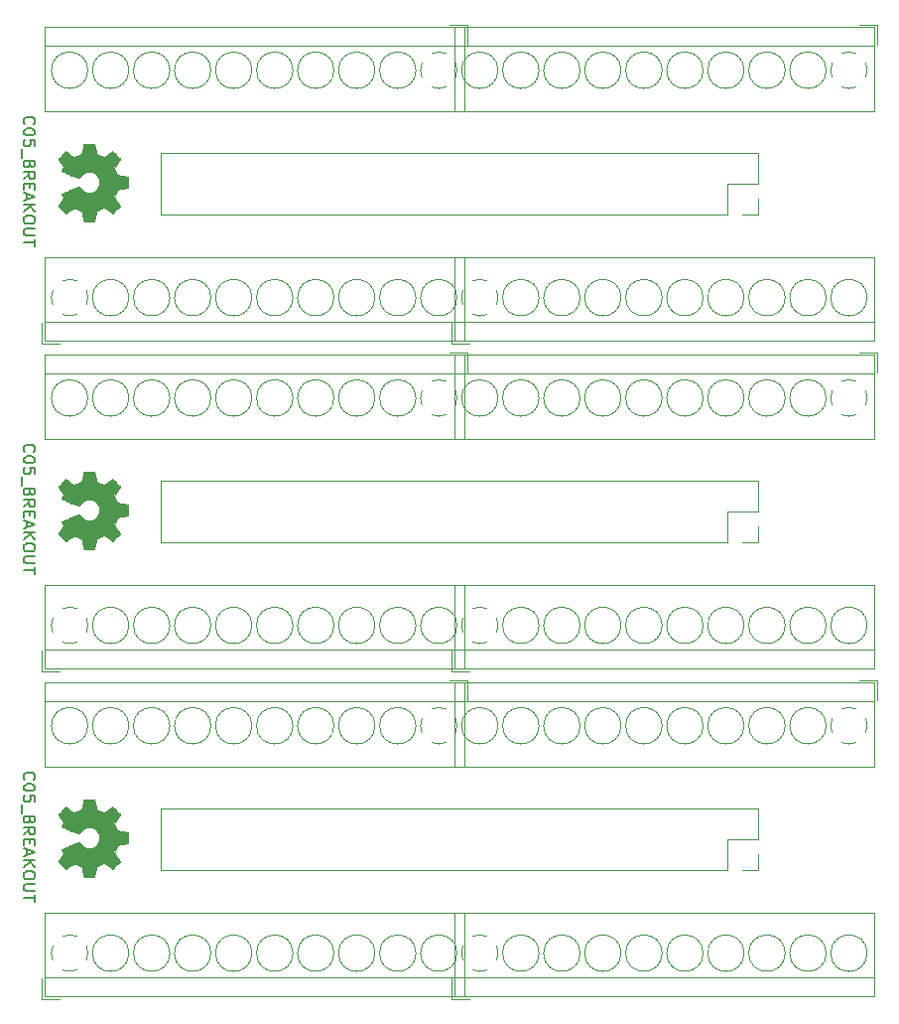
<source format=gbr>
G04 #@! TF.GenerationSoftware,KiCad,Pcbnew,5.1.5-52549c5~86~ubuntu18.04.1*
G04 #@! TF.CreationDate,2020-09-15T13:24:36-05:00*
G04 #@! TF.ProjectId,,58585858-5858-4585-9858-585858585858,rev?*
G04 #@! TF.SameCoordinates,Original*
G04 #@! TF.FileFunction,Legend,Top*
G04 #@! TF.FilePolarity,Positive*
%FSLAX46Y46*%
G04 Gerber Fmt 4.6, Leading zero omitted, Abs format (unit mm)*
G04 Created by KiCad (PCBNEW 5.1.5-52549c5~86~ubuntu18.04.1) date 2020-09-15 13:24:36*
%MOMM*%
%LPD*%
G04 APERTURE LIST*
%ADD10C,0.150000*%
%ADD11C,0.120000*%
%ADD12C,0.010000*%
G04 APERTURE END LIST*
D10*
X105306857Y-126535466D02*
X105259238Y-126487847D01*
X105211619Y-126344990D01*
X105211619Y-126249752D01*
X105259238Y-126106895D01*
X105354476Y-126011657D01*
X105449714Y-125964038D01*
X105640190Y-125916419D01*
X105783047Y-125916419D01*
X105973523Y-125964038D01*
X106068761Y-126011657D01*
X106164000Y-126106895D01*
X106211619Y-126249752D01*
X106211619Y-126344990D01*
X106164000Y-126487847D01*
X106116380Y-126535466D01*
X106211619Y-127154514D02*
X106211619Y-127249752D01*
X106164000Y-127344990D01*
X106116380Y-127392609D01*
X106021142Y-127440228D01*
X105830666Y-127487847D01*
X105592571Y-127487847D01*
X105402095Y-127440228D01*
X105306857Y-127392609D01*
X105259238Y-127344990D01*
X105211619Y-127249752D01*
X105211619Y-127154514D01*
X105259238Y-127059276D01*
X105306857Y-127011657D01*
X105402095Y-126964038D01*
X105592571Y-126916419D01*
X105830666Y-126916419D01*
X106021142Y-126964038D01*
X106116380Y-127011657D01*
X106164000Y-127059276D01*
X106211619Y-127154514D01*
X106211619Y-128392609D02*
X106211619Y-127916419D01*
X105735428Y-127868800D01*
X105783047Y-127916419D01*
X105830666Y-128011657D01*
X105830666Y-128249752D01*
X105783047Y-128344990D01*
X105735428Y-128392609D01*
X105640190Y-128440228D01*
X105402095Y-128440228D01*
X105306857Y-128392609D01*
X105259238Y-128344990D01*
X105211619Y-128249752D01*
X105211619Y-128011657D01*
X105259238Y-127916419D01*
X105306857Y-127868800D01*
X105116380Y-128630704D02*
X105116380Y-129392609D01*
X105735428Y-129964038D02*
X105687809Y-130106895D01*
X105640190Y-130154514D01*
X105544952Y-130202133D01*
X105402095Y-130202133D01*
X105306857Y-130154514D01*
X105259238Y-130106895D01*
X105211619Y-130011657D01*
X105211619Y-129630704D01*
X106211619Y-129630704D01*
X106211619Y-129964038D01*
X106164000Y-130059276D01*
X106116380Y-130106895D01*
X106021142Y-130154514D01*
X105925904Y-130154514D01*
X105830666Y-130106895D01*
X105783047Y-130059276D01*
X105735428Y-129964038D01*
X105735428Y-129630704D01*
X105211619Y-131202133D02*
X105687809Y-130868800D01*
X105211619Y-130630704D02*
X106211619Y-130630704D01*
X106211619Y-131011657D01*
X106164000Y-131106895D01*
X106116380Y-131154514D01*
X106021142Y-131202133D01*
X105878285Y-131202133D01*
X105783047Y-131154514D01*
X105735428Y-131106895D01*
X105687809Y-131011657D01*
X105687809Y-130630704D01*
X105735428Y-131630704D02*
X105735428Y-131964038D01*
X105211619Y-132106895D02*
X105211619Y-131630704D01*
X106211619Y-131630704D01*
X106211619Y-132106895D01*
X105497333Y-132487847D02*
X105497333Y-132964038D01*
X105211619Y-132392609D02*
X106211619Y-132725942D01*
X105211619Y-133059276D01*
X105211619Y-133392609D02*
X106211619Y-133392609D01*
X105211619Y-133964038D02*
X105783047Y-133535466D01*
X106211619Y-133964038D02*
X105640190Y-133392609D01*
X106211619Y-134583085D02*
X106211619Y-134773561D01*
X106164000Y-134868800D01*
X106068761Y-134964038D01*
X105878285Y-135011657D01*
X105544952Y-135011657D01*
X105354476Y-134964038D01*
X105259238Y-134868800D01*
X105211619Y-134773561D01*
X105211619Y-134583085D01*
X105259238Y-134487847D01*
X105354476Y-134392609D01*
X105544952Y-134344990D01*
X105878285Y-134344990D01*
X106068761Y-134392609D01*
X106164000Y-134487847D01*
X106211619Y-134583085D01*
X106211619Y-135440228D02*
X105402095Y-135440228D01*
X105306857Y-135487847D01*
X105259238Y-135535466D01*
X105211619Y-135630704D01*
X105211619Y-135821180D01*
X105259238Y-135916419D01*
X105306857Y-135964038D01*
X105402095Y-136011657D01*
X106211619Y-136011657D01*
X106211619Y-136344990D02*
X106211619Y-136916419D01*
X105211619Y-136630704D02*
X106211619Y-136630704D01*
X105306857Y-98595466D02*
X105259238Y-98547847D01*
X105211619Y-98404990D01*
X105211619Y-98309752D01*
X105259238Y-98166895D01*
X105354476Y-98071657D01*
X105449714Y-98024038D01*
X105640190Y-97976419D01*
X105783047Y-97976419D01*
X105973523Y-98024038D01*
X106068761Y-98071657D01*
X106164000Y-98166895D01*
X106211619Y-98309752D01*
X106211619Y-98404990D01*
X106164000Y-98547847D01*
X106116380Y-98595466D01*
X106211619Y-99214514D02*
X106211619Y-99309752D01*
X106164000Y-99404990D01*
X106116380Y-99452609D01*
X106021142Y-99500228D01*
X105830666Y-99547847D01*
X105592571Y-99547847D01*
X105402095Y-99500228D01*
X105306857Y-99452609D01*
X105259238Y-99404990D01*
X105211619Y-99309752D01*
X105211619Y-99214514D01*
X105259238Y-99119276D01*
X105306857Y-99071657D01*
X105402095Y-99024038D01*
X105592571Y-98976419D01*
X105830666Y-98976419D01*
X106021142Y-99024038D01*
X106116380Y-99071657D01*
X106164000Y-99119276D01*
X106211619Y-99214514D01*
X106211619Y-100452609D02*
X106211619Y-99976419D01*
X105735428Y-99928800D01*
X105783047Y-99976419D01*
X105830666Y-100071657D01*
X105830666Y-100309752D01*
X105783047Y-100404990D01*
X105735428Y-100452609D01*
X105640190Y-100500228D01*
X105402095Y-100500228D01*
X105306857Y-100452609D01*
X105259238Y-100404990D01*
X105211619Y-100309752D01*
X105211619Y-100071657D01*
X105259238Y-99976419D01*
X105306857Y-99928800D01*
X105116380Y-100690704D02*
X105116380Y-101452609D01*
X105735428Y-102024038D02*
X105687809Y-102166895D01*
X105640190Y-102214514D01*
X105544952Y-102262133D01*
X105402095Y-102262133D01*
X105306857Y-102214514D01*
X105259238Y-102166895D01*
X105211619Y-102071657D01*
X105211619Y-101690704D01*
X106211619Y-101690704D01*
X106211619Y-102024038D01*
X106164000Y-102119276D01*
X106116380Y-102166895D01*
X106021142Y-102214514D01*
X105925904Y-102214514D01*
X105830666Y-102166895D01*
X105783047Y-102119276D01*
X105735428Y-102024038D01*
X105735428Y-101690704D01*
X105211619Y-103262133D02*
X105687809Y-102928800D01*
X105211619Y-102690704D02*
X106211619Y-102690704D01*
X106211619Y-103071657D01*
X106164000Y-103166895D01*
X106116380Y-103214514D01*
X106021142Y-103262133D01*
X105878285Y-103262133D01*
X105783047Y-103214514D01*
X105735428Y-103166895D01*
X105687809Y-103071657D01*
X105687809Y-102690704D01*
X105735428Y-103690704D02*
X105735428Y-104024038D01*
X105211619Y-104166895D02*
X105211619Y-103690704D01*
X106211619Y-103690704D01*
X106211619Y-104166895D01*
X105497333Y-104547847D02*
X105497333Y-105024038D01*
X105211619Y-104452609D02*
X106211619Y-104785942D01*
X105211619Y-105119276D01*
X105211619Y-105452609D02*
X106211619Y-105452609D01*
X105211619Y-106024038D02*
X105783047Y-105595466D01*
X106211619Y-106024038D02*
X105640190Y-105452609D01*
X106211619Y-106643085D02*
X106211619Y-106833561D01*
X106164000Y-106928800D01*
X106068761Y-107024038D01*
X105878285Y-107071657D01*
X105544952Y-107071657D01*
X105354476Y-107024038D01*
X105259238Y-106928800D01*
X105211619Y-106833561D01*
X105211619Y-106643085D01*
X105259238Y-106547847D01*
X105354476Y-106452609D01*
X105544952Y-106404990D01*
X105878285Y-106404990D01*
X106068761Y-106452609D01*
X106164000Y-106547847D01*
X106211619Y-106643085D01*
X106211619Y-107500228D02*
X105402095Y-107500228D01*
X105306857Y-107547847D01*
X105259238Y-107595466D01*
X105211619Y-107690704D01*
X105211619Y-107881180D01*
X105259238Y-107976419D01*
X105306857Y-108024038D01*
X105402095Y-108071657D01*
X106211619Y-108071657D01*
X106211619Y-108404990D02*
X106211619Y-108976419D01*
X105211619Y-108690704D02*
X106211619Y-108690704D01*
X105306857Y-70655466D02*
X105259238Y-70607847D01*
X105211619Y-70464990D01*
X105211619Y-70369752D01*
X105259238Y-70226895D01*
X105354476Y-70131657D01*
X105449714Y-70084038D01*
X105640190Y-70036419D01*
X105783047Y-70036419D01*
X105973523Y-70084038D01*
X106068761Y-70131657D01*
X106164000Y-70226895D01*
X106211619Y-70369752D01*
X106211619Y-70464990D01*
X106164000Y-70607847D01*
X106116380Y-70655466D01*
X106211619Y-71274514D02*
X106211619Y-71369752D01*
X106164000Y-71464990D01*
X106116380Y-71512609D01*
X106021142Y-71560228D01*
X105830666Y-71607847D01*
X105592571Y-71607847D01*
X105402095Y-71560228D01*
X105306857Y-71512609D01*
X105259238Y-71464990D01*
X105211619Y-71369752D01*
X105211619Y-71274514D01*
X105259238Y-71179276D01*
X105306857Y-71131657D01*
X105402095Y-71084038D01*
X105592571Y-71036419D01*
X105830666Y-71036419D01*
X106021142Y-71084038D01*
X106116380Y-71131657D01*
X106164000Y-71179276D01*
X106211619Y-71274514D01*
X106211619Y-72512609D02*
X106211619Y-72036419D01*
X105735428Y-71988800D01*
X105783047Y-72036419D01*
X105830666Y-72131657D01*
X105830666Y-72369752D01*
X105783047Y-72464990D01*
X105735428Y-72512609D01*
X105640190Y-72560228D01*
X105402095Y-72560228D01*
X105306857Y-72512609D01*
X105259238Y-72464990D01*
X105211619Y-72369752D01*
X105211619Y-72131657D01*
X105259238Y-72036419D01*
X105306857Y-71988800D01*
X105116380Y-72750704D02*
X105116380Y-73512609D01*
X105735428Y-74084038D02*
X105687809Y-74226895D01*
X105640190Y-74274514D01*
X105544952Y-74322133D01*
X105402095Y-74322133D01*
X105306857Y-74274514D01*
X105259238Y-74226895D01*
X105211619Y-74131657D01*
X105211619Y-73750704D01*
X106211619Y-73750704D01*
X106211619Y-74084038D01*
X106164000Y-74179276D01*
X106116380Y-74226895D01*
X106021142Y-74274514D01*
X105925904Y-74274514D01*
X105830666Y-74226895D01*
X105783047Y-74179276D01*
X105735428Y-74084038D01*
X105735428Y-73750704D01*
X105211619Y-75322133D02*
X105687809Y-74988800D01*
X105211619Y-74750704D02*
X106211619Y-74750704D01*
X106211619Y-75131657D01*
X106164000Y-75226895D01*
X106116380Y-75274514D01*
X106021142Y-75322133D01*
X105878285Y-75322133D01*
X105783047Y-75274514D01*
X105735428Y-75226895D01*
X105687809Y-75131657D01*
X105687809Y-74750704D01*
X105735428Y-75750704D02*
X105735428Y-76084038D01*
X105211619Y-76226895D02*
X105211619Y-75750704D01*
X106211619Y-75750704D01*
X106211619Y-76226895D01*
X105497333Y-76607847D02*
X105497333Y-77084038D01*
X105211619Y-76512609D02*
X106211619Y-76845942D01*
X105211619Y-77179276D01*
X105211619Y-77512609D02*
X106211619Y-77512609D01*
X105211619Y-78084038D02*
X105783047Y-77655466D01*
X106211619Y-78084038D02*
X105640190Y-77512609D01*
X106211619Y-78703085D02*
X106211619Y-78893561D01*
X106164000Y-78988800D01*
X106068761Y-79084038D01*
X105878285Y-79131657D01*
X105544952Y-79131657D01*
X105354476Y-79084038D01*
X105259238Y-78988800D01*
X105211619Y-78893561D01*
X105211619Y-78703085D01*
X105259238Y-78607847D01*
X105354476Y-78512609D01*
X105544952Y-78464990D01*
X105878285Y-78464990D01*
X106068761Y-78512609D01*
X106164000Y-78607847D01*
X106211619Y-78703085D01*
X106211619Y-79560228D02*
X105402095Y-79560228D01*
X105306857Y-79607847D01*
X105259238Y-79655466D01*
X105211619Y-79750704D01*
X105211619Y-79941180D01*
X105259238Y-80036419D01*
X105306857Y-80084038D01*
X105402095Y-80131657D01*
X106211619Y-80131657D01*
X106211619Y-80464990D02*
X106211619Y-81036419D01*
X105211619Y-80750704D02*
X106211619Y-80750704D01*
D11*
X140045013Y-120509015D02*
G75*
G02X140652600Y-120385400I607587J-1431385D01*
G01*
X139220491Y-122548142D02*
G75*
G02X139220600Y-121332400I1432109J607742D01*
G01*
X141260342Y-123372509D02*
G75*
G02X140044600Y-123372400I-607742J1432109D01*
G01*
X142084709Y-121332658D02*
G75*
G02X142084600Y-122548400I-1432109J-607742D01*
G01*
X140625589Y-120384908D02*
G75*
G02X141260600Y-120508400I27011J-1555492D01*
G01*
X138707600Y-121940400D02*
G75*
G03X138707600Y-121940400I-1555000J0D01*
G01*
X135207600Y-121940400D02*
G75*
G03X135207600Y-121940400I-1555000J0D01*
G01*
X131707600Y-121940400D02*
G75*
G03X131707600Y-121940400I-1555000J0D01*
G01*
X128207600Y-121940400D02*
G75*
G03X128207600Y-121940400I-1555000J0D01*
G01*
X124707600Y-121940400D02*
G75*
G03X124707600Y-121940400I-1555000J0D01*
G01*
X121207600Y-121940400D02*
G75*
G03X121207600Y-121940400I-1555000J0D01*
G01*
X117707600Y-121940400D02*
G75*
G03X117707600Y-121940400I-1555000J0D01*
G01*
X114207600Y-121940400D02*
G75*
G03X114207600Y-121940400I-1555000J0D01*
G01*
X110707600Y-121940400D02*
G75*
G03X110707600Y-121940400I-1555000J0D01*
G01*
X142812600Y-119840400D02*
X106992600Y-119840400D01*
X142812600Y-125400400D02*
X106992600Y-125400400D01*
X142812600Y-118280400D02*
X106992600Y-118280400D01*
X142812600Y-125400400D02*
X142812600Y-118280400D01*
X106992600Y-125400400D02*
X106992600Y-118280400D01*
X143052600Y-119780400D02*
X143052600Y-118040400D01*
X143052600Y-118040400D02*
X141552600Y-118040400D01*
X140045013Y-92569015D02*
G75*
G02X140652600Y-92445400I607587J-1431385D01*
G01*
X139220491Y-94608142D02*
G75*
G02X139220600Y-93392400I1432109J607742D01*
G01*
X141260342Y-95432509D02*
G75*
G02X140044600Y-95432400I-607742J1432109D01*
G01*
X142084709Y-93392658D02*
G75*
G02X142084600Y-94608400I-1432109J-607742D01*
G01*
X140625589Y-92444908D02*
G75*
G02X141260600Y-92568400I27011J-1555492D01*
G01*
X138707600Y-94000400D02*
G75*
G03X138707600Y-94000400I-1555000J0D01*
G01*
X135207600Y-94000400D02*
G75*
G03X135207600Y-94000400I-1555000J0D01*
G01*
X131707600Y-94000400D02*
G75*
G03X131707600Y-94000400I-1555000J0D01*
G01*
X128207600Y-94000400D02*
G75*
G03X128207600Y-94000400I-1555000J0D01*
G01*
X124707600Y-94000400D02*
G75*
G03X124707600Y-94000400I-1555000J0D01*
G01*
X121207600Y-94000400D02*
G75*
G03X121207600Y-94000400I-1555000J0D01*
G01*
X117707600Y-94000400D02*
G75*
G03X117707600Y-94000400I-1555000J0D01*
G01*
X114207600Y-94000400D02*
G75*
G03X114207600Y-94000400I-1555000J0D01*
G01*
X110707600Y-94000400D02*
G75*
G03X110707600Y-94000400I-1555000J0D01*
G01*
X142812600Y-91900400D02*
X106992600Y-91900400D01*
X142812600Y-97460400D02*
X106992600Y-97460400D01*
X142812600Y-90340400D02*
X106992600Y-90340400D01*
X142812600Y-97460400D02*
X142812600Y-90340400D01*
X106992600Y-97460400D02*
X106992600Y-90340400D01*
X143052600Y-91840400D02*
X143052600Y-90100400D01*
X143052600Y-90100400D02*
X141552600Y-90100400D01*
D12*
G36*
X113656069Y-132051614D02*
G01*
X113211445Y-132135435D01*
X113083947Y-132444720D01*
X112956449Y-132754006D01*
X113208754Y-133125046D01*
X113279004Y-133228957D01*
X113341728Y-133322887D01*
X113394062Y-133402452D01*
X113433143Y-133463270D01*
X113456107Y-133500957D01*
X113461058Y-133511221D01*
X113448324Y-133529710D01*
X113413118Y-133569220D01*
X113359938Y-133625322D01*
X113293282Y-133693587D01*
X113217646Y-133769586D01*
X113137528Y-133848892D01*
X113057426Y-133927075D01*
X112981836Y-133999707D01*
X112915255Y-134062359D01*
X112862182Y-134110603D01*
X112827113Y-134140010D01*
X112815377Y-134147041D01*
X112793740Y-134136923D01*
X112746338Y-134108559D01*
X112677807Y-134064929D01*
X112592785Y-134009018D01*
X112495907Y-133943806D01*
X112440650Y-133906019D01*
X112339752Y-133837143D01*
X112248701Y-133775940D01*
X112172030Y-133725378D01*
X112114272Y-133688428D01*
X112079957Y-133668058D01*
X112072746Y-133664997D01*
X112052252Y-133671936D01*
X112004487Y-133690851D01*
X111936168Y-133718887D01*
X111854011Y-133753191D01*
X111764730Y-133790909D01*
X111675042Y-133829187D01*
X111591662Y-133865170D01*
X111521306Y-133896006D01*
X111470690Y-133918839D01*
X111446529Y-133930817D01*
X111445578Y-133931524D01*
X111440964Y-133950331D01*
X111430672Y-134000418D01*
X111415713Y-134076593D01*
X111397099Y-134173665D01*
X111375841Y-134286443D01*
X111363582Y-134352242D01*
X111340638Y-134472750D01*
X111318805Y-134581597D01*
X111299278Y-134673276D01*
X111283252Y-134742281D01*
X111271921Y-134783104D01*
X111268326Y-134791311D01*
X111243994Y-134799348D01*
X111189041Y-134805833D01*
X111109892Y-134810770D01*
X111012974Y-134814164D01*
X110904713Y-134816018D01*
X110791535Y-134816338D01*
X110679865Y-134815127D01*
X110576132Y-134812390D01*
X110486759Y-134808131D01*
X110418174Y-134802355D01*
X110376803Y-134795067D01*
X110368190Y-134790695D01*
X110357867Y-134764564D01*
X110343108Y-134709193D01*
X110325648Y-134631907D01*
X110307220Y-134540030D01*
X110301259Y-134507958D01*
X110272934Y-134353324D01*
X110250124Y-134231175D01*
X110231920Y-134137473D01*
X110217417Y-134068184D01*
X110205708Y-134019271D01*
X110195885Y-133986697D01*
X110187044Y-133966428D01*
X110178276Y-133954426D01*
X110176543Y-133952747D01*
X110148629Y-133935984D01*
X110094305Y-133910414D01*
X110020223Y-133878588D01*
X109933035Y-133843060D01*
X109839392Y-133806383D01*
X109745948Y-133771111D01*
X109659353Y-133739796D01*
X109586260Y-133714993D01*
X109533322Y-133699254D01*
X109507189Y-133695132D01*
X109506274Y-133695476D01*
X109484914Y-133709441D01*
X109437916Y-133741122D01*
X109370173Y-133787191D01*
X109286577Y-133844318D01*
X109192018Y-133909173D01*
X109165146Y-133927643D01*
X109067725Y-133993499D01*
X108978837Y-134051450D01*
X108903588Y-134098338D01*
X108847080Y-134131007D01*
X108814419Y-134146300D01*
X108810407Y-134147041D01*
X108789316Y-134134192D01*
X108747536Y-134098688D01*
X108689555Y-134045093D01*
X108619865Y-133977971D01*
X108542955Y-133901887D01*
X108463317Y-133821404D01*
X108385439Y-133741087D01*
X108313814Y-133665499D01*
X108252930Y-133599205D01*
X108207279Y-133546769D01*
X108181350Y-133512755D01*
X108177117Y-133503345D01*
X108187088Y-133481443D01*
X108213980Y-133436600D01*
X108253264Y-133376121D01*
X108284883Y-133329589D01*
X108342902Y-133245275D01*
X108411216Y-133145426D01*
X108479421Y-133045273D01*
X108515925Y-132991427D01*
X108639200Y-132809171D01*
X108556480Y-132656181D01*
X108520241Y-132586482D01*
X108492074Y-132527214D01*
X108476009Y-132487111D01*
X108473774Y-132476903D01*
X108490278Y-132464629D01*
X108536918Y-132440413D01*
X108609391Y-132406063D01*
X108703394Y-132363388D01*
X108814626Y-132314194D01*
X108938785Y-132260290D01*
X109071568Y-132203484D01*
X109208673Y-132145582D01*
X109345798Y-132088393D01*
X109478642Y-132033724D01*
X109602902Y-131983384D01*
X109714275Y-131939180D01*
X109808461Y-131902919D01*
X109881156Y-131876409D01*
X109928059Y-131861458D01*
X109944167Y-131859054D01*
X109964714Y-131878111D01*
X109998067Y-131919836D01*
X110037298Y-131975506D01*
X110040401Y-131980178D01*
X110155577Y-132124064D01*
X110289947Y-132240083D01*
X110439216Y-132327230D01*
X110599087Y-132384499D01*
X110765263Y-132410886D01*
X110933448Y-132405385D01*
X111099345Y-132366990D01*
X111258658Y-132294695D01*
X111293513Y-132273426D01*
X111434263Y-132162796D01*
X111547286Y-132032102D01*
X111631997Y-131885864D01*
X111687806Y-131728608D01*
X111714126Y-131564857D01*
X111710370Y-131399133D01*
X111675950Y-131235962D01*
X111610277Y-131079865D01*
X111512765Y-130935367D01*
X111473187Y-130890669D01*
X111349297Y-130776912D01*
X111218876Y-130694018D01*
X111072685Y-130637156D01*
X110927912Y-130605487D01*
X110765140Y-130597669D01*
X110601560Y-130623738D01*
X110442702Y-130681045D01*
X110294094Y-130766944D01*
X110161265Y-130878786D01*
X110049744Y-131013923D01*
X110037989Y-131031683D01*
X109999492Y-131087950D01*
X109966137Y-131130723D01*
X109944840Y-131151172D01*
X109944167Y-131151469D01*
X109921129Y-131147079D01*
X109868843Y-131129676D01*
X109791610Y-131101068D01*
X109693732Y-131063065D01*
X109579509Y-131017474D01*
X109453242Y-130966103D01*
X109319233Y-130910762D01*
X109181782Y-130853258D01*
X109045192Y-130795401D01*
X108913763Y-130738998D01*
X108791795Y-130685858D01*
X108683591Y-130637790D01*
X108593451Y-130596601D01*
X108525677Y-130564101D01*
X108484570Y-130542097D01*
X108473774Y-130533236D01*
X108482181Y-130506160D01*
X108504728Y-130455497D01*
X108537387Y-130389983D01*
X108556480Y-130353959D01*
X108639200Y-130200968D01*
X108515925Y-130018712D01*
X108452772Y-129925675D01*
X108383273Y-129823815D01*
X108317835Y-129728362D01*
X108284883Y-129680550D01*
X108239727Y-129613305D01*
X108203943Y-129556364D01*
X108182062Y-129517154D01*
X108177437Y-129504419D01*
X108189915Y-129485883D01*
X108224748Y-129444859D01*
X108278322Y-129385325D01*
X108347017Y-129311258D01*
X108427219Y-129226635D01*
X108478714Y-129173115D01*
X108570714Y-129079481D01*
X108653001Y-128998559D01*
X108722055Y-128933623D01*
X108774356Y-128887942D01*
X108806384Y-128864789D01*
X108812884Y-128862568D01*
X108837606Y-128872876D01*
X108887595Y-128901361D01*
X108957788Y-128944863D01*
X109043125Y-129000223D01*
X109138544Y-129064280D01*
X109165146Y-129082497D01*
X109261833Y-129148873D01*
X109348883Y-129208422D01*
X109421405Y-129257816D01*
X109474507Y-129293725D01*
X109503297Y-129312819D01*
X109506274Y-129314664D01*
X109529218Y-129311905D01*
X109579664Y-129297262D01*
X109650959Y-129273287D01*
X109736453Y-129242534D01*
X109829493Y-129207556D01*
X109923426Y-129170907D01*
X110011601Y-129135139D01*
X110087366Y-129102806D01*
X110144069Y-129076462D01*
X110175057Y-129058658D01*
X110176543Y-129057393D01*
X110185399Y-129046506D01*
X110194157Y-129028118D01*
X110203723Y-128998194D01*
X110215004Y-128952697D01*
X110228907Y-128887591D01*
X110246337Y-128798839D01*
X110268202Y-128682407D01*
X110295409Y-128534258D01*
X110301259Y-128502182D01*
X110319626Y-128407114D01*
X110337595Y-128324235D01*
X110353431Y-128260870D01*
X110365400Y-128224342D01*
X110368190Y-128219444D01*
X110392928Y-128211373D01*
X110448210Y-128204813D01*
X110527611Y-128199767D01*
X110624704Y-128196241D01*
X110733062Y-128194239D01*
X110846260Y-128193764D01*
X110957872Y-128194823D01*
X111061471Y-128197418D01*
X111150632Y-128201554D01*
X111218928Y-128207237D01*
X111259934Y-128214469D01*
X111268326Y-128218829D01*
X111276792Y-128243102D01*
X111290565Y-128298374D01*
X111308450Y-128379138D01*
X111329252Y-128479888D01*
X111351777Y-128595117D01*
X111363582Y-128657898D01*
X111385849Y-128777013D01*
X111406021Y-128883235D01*
X111423085Y-128971373D01*
X111436031Y-129036234D01*
X111443845Y-129072626D01*
X111445578Y-129078616D01*
X111465110Y-129088739D01*
X111512157Y-129110138D01*
X111579997Y-129139961D01*
X111661909Y-129175355D01*
X111751172Y-129213468D01*
X111841065Y-129251447D01*
X111924865Y-129286440D01*
X111995853Y-129315594D01*
X112047306Y-129336057D01*
X112072503Y-129344977D01*
X112073604Y-129345143D01*
X112093481Y-129335031D01*
X112139223Y-129306683D01*
X112206283Y-129263077D01*
X112290116Y-129207194D01*
X112386174Y-129142013D01*
X112441350Y-129104121D01*
X112542519Y-129035075D01*
X112634370Y-128973750D01*
X112712256Y-128923137D01*
X112771531Y-128886229D01*
X112807549Y-128866018D01*
X112815623Y-128863099D01*
X112834416Y-128875647D01*
X112874543Y-128910337D01*
X112931507Y-128962737D01*
X113000815Y-129028416D01*
X113077969Y-129102944D01*
X113158475Y-129181887D01*
X113237837Y-129260817D01*
X113311560Y-129335300D01*
X113375148Y-129400906D01*
X113424106Y-129453204D01*
X113453939Y-129487761D01*
X113461058Y-129499322D01*
X113451047Y-129518146D01*
X113422922Y-129563169D01*
X113379546Y-129630013D01*
X113323782Y-129714301D01*
X113258494Y-129811656D01*
X113208754Y-129885093D01*
X112956449Y-130256133D01*
X113211445Y-130874705D01*
X113656069Y-130958525D01*
X114100693Y-131042346D01*
X114100693Y-131967794D01*
X113656069Y-132051614D01*
G37*
X113656069Y-132051614D02*
X113211445Y-132135435D01*
X113083947Y-132444720D01*
X112956449Y-132754006D01*
X113208754Y-133125046D01*
X113279004Y-133228957D01*
X113341728Y-133322887D01*
X113394062Y-133402452D01*
X113433143Y-133463270D01*
X113456107Y-133500957D01*
X113461058Y-133511221D01*
X113448324Y-133529710D01*
X113413118Y-133569220D01*
X113359938Y-133625322D01*
X113293282Y-133693587D01*
X113217646Y-133769586D01*
X113137528Y-133848892D01*
X113057426Y-133927075D01*
X112981836Y-133999707D01*
X112915255Y-134062359D01*
X112862182Y-134110603D01*
X112827113Y-134140010D01*
X112815377Y-134147041D01*
X112793740Y-134136923D01*
X112746338Y-134108559D01*
X112677807Y-134064929D01*
X112592785Y-134009018D01*
X112495907Y-133943806D01*
X112440650Y-133906019D01*
X112339752Y-133837143D01*
X112248701Y-133775940D01*
X112172030Y-133725378D01*
X112114272Y-133688428D01*
X112079957Y-133668058D01*
X112072746Y-133664997D01*
X112052252Y-133671936D01*
X112004487Y-133690851D01*
X111936168Y-133718887D01*
X111854011Y-133753191D01*
X111764730Y-133790909D01*
X111675042Y-133829187D01*
X111591662Y-133865170D01*
X111521306Y-133896006D01*
X111470690Y-133918839D01*
X111446529Y-133930817D01*
X111445578Y-133931524D01*
X111440964Y-133950331D01*
X111430672Y-134000418D01*
X111415713Y-134076593D01*
X111397099Y-134173665D01*
X111375841Y-134286443D01*
X111363582Y-134352242D01*
X111340638Y-134472750D01*
X111318805Y-134581597D01*
X111299278Y-134673276D01*
X111283252Y-134742281D01*
X111271921Y-134783104D01*
X111268326Y-134791311D01*
X111243994Y-134799348D01*
X111189041Y-134805833D01*
X111109892Y-134810770D01*
X111012974Y-134814164D01*
X110904713Y-134816018D01*
X110791535Y-134816338D01*
X110679865Y-134815127D01*
X110576132Y-134812390D01*
X110486759Y-134808131D01*
X110418174Y-134802355D01*
X110376803Y-134795067D01*
X110368190Y-134790695D01*
X110357867Y-134764564D01*
X110343108Y-134709193D01*
X110325648Y-134631907D01*
X110307220Y-134540030D01*
X110301259Y-134507958D01*
X110272934Y-134353324D01*
X110250124Y-134231175D01*
X110231920Y-134137473D01*
X110217417Y-134068184D01*
X110205708Y-134019271D01*
X110195885Y-133986697D01*
X110187044Y-133966428D01*
X110178276Y-133954426D01*
X110176543Y-133952747D01*
X110148629Y-133935984D01*
X110094305Y-133910414D01*
X110020223Y-133878588D01*
X109933035Y-133843060D01*
X109839392Y-133806383D01*
X109745948Y-133771111D01*
X109659353Y-133739796D01*
X109586260Y-133714993D01*
X109533322Y-133699254D01*
X109507189Y-133695132D01*
X109506274Y-133695476D01*
X109484914Y-133709441D01*
X109437916Y-133741122D01*
X109370173Y-133787191D01*
X109286577Y-133844318D01*
X109192018Y-133909173D01*
X109165146Y-133927643D01*
X109067725Y-133993499D01*
X108978837Y-134051450D01*
X108903588Y-134098338D01*
X108847080Y-134131007D01*
X108814419Y-134146300D01*
X108810407Y-134147041D01*
X108789316Y-134134192D01*
X108747536Y-134098688D01*
X108689555Y-134045093D01*
X108619865Y-133977971D01*
X108542955Y-133901887D01*
X108463317Y-133821404D01*
X108385439Y-133741087D01*
X108313814Y-133665499D01*
X108252930Y-133599205D01*
X108207279Y-133546769D01*
X108181350Y-133512755D01*
X108177117Y-133503345D01*
X108187088Y-133481443D01*
X108213980Y-133436600D01*
X108253264Y-133376121D01*
X108284883Y-133329589D01*
X108342902Y-133245275D01*
X108411216Y-133145426D01*
X108479421Y-133045273D01*
X108515925Y-132991427D01*
X108639200Y-132809171D01*
X108556480Y-132656181D01*
X108520241Y-132586482D01*
X108492074Y-132527214D01*
X108476009Y-132487111D01*
X108473774Y-132476903D01*
X108490278Y-132464629D01*
X108536918Y-132440413D01*
X108609391Y-132406063D01*
X108703394Y-132363388D01*
X108814626Y-132314194D01*
X108938785Y-132260290D01*
X109071568Y-132203484D01*
X109208673Y-132145582D01*
X109345798Y-132088393D01*
X109478642Y-132033724D01*
X109602902Y-131983384D01*
X109714275Y-131939180D01*
X109808461Y-131902919D01*
X109881156Y-131876409D01*
X109928059Y-131861458D01*
X109944167Y-131859054D01*
X109964714Y-131878111D01*
X109998067Y-131919836D01*
X110037298Y-131975506D01*
X110040401Y-131980178D01*
X110155577Y-132124064D01*
X110289947Y-132240083D01*
X110439216Y-132327230D01*
X110599087Y-132384499D01*
X110765263Y-132410886D01*
X110933448Y-132405385D01*
X111099345Y-132366990D01*
X111258658Y-132294695D01*
X111293513Y-132273426D01*
X111434263Y-132162796D01*
X111547286Y-132032102D01*
X111631997Y-131885864D01*
X111687806Y-131728608D01*
X111714126Y-131564857D01*
X111710370Y-131399133D01*
X111675950Y-131235962D01*
X111610277Y-131079865D01*
X111512765Y-130935367D01*
X111473187Y-130890669D01*
X111349297Y-130776912D01*
X111218876Y-130694018D01*
X111072685Y-130637156D01*
X110927912Y-130605487D01*
X110765140Y-130597669D01*
X110601560Y-130623738D01*
X110442702Y-130681045D01*
X110294094Y-130766944D01*
X110161265Y-130878786D01*
X110049744Y-131013923D01*
X110037989Y-131031683D01*
X109999492Y-131087950D01*
X109966137Y-131130723D01*
X109944840Y-131151172D01*
X109944167Y-131151469D01*
X109921129Y-131147079D01*
X109868843Y-131129676D01*
X109791610Y-131101068D01*
X109693732Y-131063065D01*
X109579509Y-131017474D01*
X109453242Y-130966103D01*
X109319233Y-130910762D01*
X109181782Y-130853258D01*
X109045192Y-130795401D01*
X108913763Y-130738998D01*
X108791795Y-130685858D01*
X108683591Y-130637790D01*
X108593451Y-130596601D01*
X108525677Y-130564101D01*
X108484570Y-130542097D01*
X108473774Y-130533236D01*
X108482181Y-130506160D01*
X108504728Y-130455497D01*
X108537387Y-130389983D01*
X108556480Y-130353959D01*
X108639200Y-130200968D01*
X108515925Y-130018712D01*
X108452772Y-129925675D01*
X108383273Y-129823815D01*
X108317835Y-129728362D01*
X108284883Y-129680550D01*
X108239727Y-129613305D01*
X108203943Y-129556364D01*
X108182062Y-129517154D01*
X108177437Y-129504419D01*
X108189915Y-129485883D01*
X108224748Y-129444859D01*
X108278322Y-129385325D01*
X108347017Y-129311258D01*
X108427219Y-129226635D01*
X108478714Y-129173115D01*
X108570714Y-129079481D01*
X108653001Y-128998559D01*
X108722055Y-128933623D01*
X108774356Y-128887942D01*
X108806384Y-128864789D01*
X108812884Y-128862568D01*
X108837606Y-128872876D01*
X108887595Y-128901361D01*
X108957788Y-128944863D01*
X109043125Y-129000223D01*
X109138544Y-129064280D01*
X109165146Y-129082497D01*
X109261833Y-129148873D01*
X109348883Y-129208422D01*
X109421405Y-129257816D01*
X109474507Y-129293725D01*
X109503297Y-129312819D01*
X109506274Y-129314664D01*
X109529218Y-129311905D01*
X109579664Y-129297262D01*
X109650959Y-129273287D01*
X109736453Y-129242534D01*
X109829493Y-129207556D01*
X109923426Y-129170907D01*
X110011601Y-129135139D01*
X110087366Y-129102806D01*
X110144069Y-129076462D01*
X110175057Y-129058658D01*
X110176543Y-129057393D01*
X110185399Y-129046506D01*
X110194157Y-129028118D01*
X110203723Y-128998194D01*
X110215004Y-128952697D01*
X110228907Y-128887591D01*
X110246337Y-128798839D01*
X110268202Y-128682407D01*
X110295409Y-128534258D01*
X110301259Y-128502182D01*
X110319626Y-128407114D01*
X110337595Y-128324235D01*
X110353431Y-128260870D01*
X110365400Y-128224342D01*
X110368190Y-128219444D01*
X110392928Y-128211373D01*
X110448210Y-128204813D01*
X110527611Y-128199767D01*
X110624704Y-128196241D01*
X110733062Y-128194239D01*
X110846260Y-128193764D01*
X110957872Y-128194823D01*
X111061471Y-128197418D01*
X111150632Y-128201554D01*
X111218928Y-128207237D01*
X111259934Y-128214469D01*
X111268326Y-128218829D01*
X111276792Y-128243102D01*
X111290565Y-128298374D01*
X111308450Y-128379138D01*
X111329252Y-128479888D01*
X111351777Y-128595117D01*
X111363582Y-128657898D01*
X111385849Y-128777013D01*
X111406021Y-128883235D01*
X111423085Y-128971373D01*
X111436031Y-129036234D01*
X111443845Y-129072626D01*
X111445578Y-129078616D01*
X111465110Y-129088739D01*
X111512157Y-129110138D01*
X111579997Y-129139961D01*
X111661909Y-129175355D01*
X111751172Y-129213468D01*
X111841065Y-129251447D01*
X111924865Y-129286440D01*
X111995853Y-129315594D01*
X112047306Y-129336057D01*
X112072503Y-129344977D01*
X112073604Y-129345143D01*
X112093481Y-129335031D01*
X112139223Y-129306683D01*
X112206283Y-129263077D01*
X112290116Y-129207194D01*
X112386174Y-129142013D01*
X112441350Y-129104121D01*
X112542519Y-129035075D01*
X112634370Y-128973750D01*
X112712256Y-128923137D01*
X112771531Y-128886229D01*
X112807549Y-128866018D01*
X112815623Y-128863099D01*
X112834416Y-128875647D01*
X112874543Y-128910337D01*
X112931507Y-128962737D01*
X113000815Y-129028416D01*
X113077969Y-129102944D01*
X113158475Y-129181887D01*
X113237837Y-129260817D01*
X113311560Y-129335300D01*
X113375148Y-129400906D01*
X113424106Y-129453204D01*
X113453939Y-129487761D01*
X113461058Y-129499322D01*
X113451047Y-129518146D01*
X113422922Y-129563169D01*
X113379546Y-129630013D01*
X113323782Y-129714301D01*
X113258494Y-129811656D01*
X113208754Y-129885093D01*
X112956449Y-130256133D01*
X113211445Y-130874705D01*
X113656069Y-130958525D01*
X114100693Y-131042346D01*
X114100693Y-131967794D01*
X113656069Y-132051614D01*
G36*
X113656069Y-104111614D02*
G01*
X113211445Y-104195435D01*
X113083947Y-104504720D01*
X112956449Y-104814006D01*
X113208754Y-105185046D01*
X113279004Y-105288957D01*
X113341728Y-105382887D01*
X113394062Y-105462452D01*
X113433143Y-105523270D01*
X113456107Y-105560957D01*
X113461058Y-105571221D01*
X113448324Y-105589710D01*
X113413118Y-105629220D01*
X113359938Y-105685322D01*
X113293282Y-105753587D01*
X113217646Y-105829586D01*
X113137528Y-105908892D01*
X113057426Y-105987075D01*
X112981836Y-106059707D01*
X112915255Y-106122359D01*
X112862182Y-106170603D01*
X112827113Y-106200010D01*
X112815377Y-106207041D01*
X112793740Y-106196923D01*
X112746338Y-106168559D01*
X112677807Y-106124929D01*
X112592785Y-106069018D01*
X112495907Y-106003806D01*
X112440650Y-105966019D01*
X112339752Y-105897143D01*
X112248701Y-105835940D01*
X112172030Y-105785378D01*
X112114272Y-105748428D01*
X112079957Y-105728058D01*
X112072746Y-105724997D01*
X112052252Y-105731936D01*
X112004487Y-105750851D01*
X111936168Y-105778887D01*
X111854011Y-105813191D01*
X111764730Y-105850909D01*
X111675042Y-105889187D01*
X111591662Y-105925170D01*
X111521306Y-105956006D01*
X111470690Y-105978839D01*
X111446529Y-105990817D01*
X111445578Y-105991524D01*
X111440964Y-106010331D01*
X111430672Y-106060418D01*
X111415713Y-106136593D01*
X111397099Y-106233665D01*
X111375841Y-106346443D01*
X111363582Y-106412242D01*
X111340638Y-106532750D01*
X111318805Y-106641597D01*
X111299278Y-106733276D01*
X111283252Y-106802281D01*
X111271921Y-106843104D01*
X111268326Y-106851311D01*
X111243994Y-106859348D01*
X111189041Y-106865833D01*
X111109892Y-106870770D01*
X111012974Y-106874164D01*
X110904713Y-106876018D01*
X110791535Y-106876338D01*
X110679865Y-106875127D01*
X110576132Y-106872390D01*
X110486759Y-106868131D01*
X110418174Y-106862355D01*
X110376803Y-106855067D01*
X110368190Y-106850695D01*
X110357867Y-106824564D01*
X110343108Y-106769193D01*
X110325648Y-106691907D01*
X110307220Y-106600030D01*
X110301259Y-106567958D01*
X110272934Y-106413324D01*
X110250124Y-106291175D01*
X110231920Y-106197473D01*
X110217417Y-106128184D01*
X110205708Y-106079271D01*
X110195885Y-106046697D01*
X110187044Y-106026428D01*
X110178276Y-106014426D01*
X110176543Y-106012747D01*
X110148629Y-105995984D01*
X110094305Y-105970414D01*
X110020223Y-105938588D01*
X109933035Y-105903060D01*
X109839392Y-105866383D01*
X109745948Y-105831111D01*
X109659353Y-105799796D01*
X109586260Y-105774993D01*
X109533322Y-105759254D01*
X109507189Y-105755132D01*
X109506274Y-105755476D01*
X109484914Y-105769441D01*
X109437916Y-105801122D01*
X109370173Y-105847191D01*
X109286577Y-105904318D01*
X109192018Y-105969173D01*
X109165146Y-105987643D01*
X109067725Y-106053499D01*
X108978837Y-106111450D01*
X108903588Y-106158338D01*
X108847080Y-106191007D01*
X108814419Y-106206300D01*
X108810407Y-106207041D01*
X108789316Y-106194192D01*
X108747536Y-106158688D01*
X108689555Y-106105093D01*
X108619865Y-106037971D01*
X108542955Y-105961887D01*
X108463317Y-105881404D01*
X108385439Y-105801087D01*
X108313814Y-105725499D01*
X108252930Y-105659205D01*
X108207279Y-105606769D01*
X108181350Y-105572755D01*
X108177117Y-105563345D01*
X108187088Y-105541443D01*
X108213980Y-105496600D01*
X108253264Y-105436121D01*
X108284883Y-105389589D01*
X108342902Y-105305275D01*
X108411216Y-105205426D01*
X108479421Y-105105273D01*
X108515925Y-105051427D01*
X108639200Y-104869171D01*
X108556480Y-104716181D01*
X108520241Y-104646482D01*
X108492074Y-104587214D01*
X108476009Y-104547111D01*
X108473774Y-104536903D01*
X108490278Y-104524629D01*
X108536918Y-104500413D01*
X108609391Y-104466063D01*
X108703394Y-104423388D01*
X108814626Y-104374194D01*
X108938785Y-104320290D01*
X109071568Y-104263484D01*
X109208673Y-104205582D01*
X109345798Y-104148393D01*
X109478642Y-104093724D01*
X109602902Y-104043384D01*
X109714275Y-103999180D01*
X109808461Y-103962919D01*
X109881156Y-103936409D01*
X109928059Y-103921458D01*
X109944167Y-103919054D01*
X109964714Y-103938111D01*
X109998067Y-103979836D01*
X110037298Y-104035506D01*
X110040401Y-104040178D01*
X110155577Y-104184064D01*
X110289947Y-104300083D01*
X110439216Y-104387230D01*
X110599087Y-104444499D01*
X110765263Y-104470886D01*
X110933448Y-104465385D01*
X111099345Y-104426990D01*
X111258658Y-104354695D01*
X111293513Y-104333426D01*
X111434263Y-104222796D01*
X111547286Y-104092102D01*
X111631997Y-103945864D01*
X111687806Y-103788608D01*
X111714126Y-103624857D01*
X111710370Y-103459133D01*
X111675950Y-103295962D01*
X111610277Y-103139865D01*
X111512765Y-102995367D01*
X111473187Y-102950669D01*
X111349297Y-102836912D01*
X111218876Y-102754018D01*
X111072685Y-102697156D01*
X110927912Y-102665487D01*
X110765140Y-102657669D01*
X110601560Y-102683738D01*
X110442702Y-102741045D01*
X110294094Y-102826944D01*
X110161265Y-102938786D01*
X110049744Y-103073923D01*
X110037989Y-103091683D01*
X109999492Y-103147950D01*
X109966137Y-103190723D01*
X109944840Y-103211172D01*
X109944167Y-103211469D01*
X109921129Y-103207079D01*
X109868843Y-103189676D01*
X109791610Y-103161068D01*
X109693732Y-103123065D01*
X109579509Y-103077474D01*
X109453242Y-103026103D01*
X109319233Y-102970762D01*
X109181782Y-102913258D01*
X109045192Y-102855401D01*
X108913763Y-102798998D01*
X108791795Y-102745858D01*
X108683591Y-102697790D01*
X108593451Y-102656601D01*
X108525677Y-102624101D01*
X108484570Y-102602097D01*
X108473774Y-102593236D01*
X108482181Y-102566160D01*
X108504728Y-102515497D01*
X108537387Y-102449983D01*
X108556480Y-102413959D01*
X108639200Y-102260968D01*
X108515925Y-102078712D01*
X108452772Y-101985675D01*
X108383273Y-101883815D01*
X108317835Y-101788362D01*
X108284883Y-101740550D01*
X108239727Y-101673305D01*
X108203943Y-101616364D01*
X108182062Y-101577154D01*
X108177437Y-101564419D01*
X108189915Y-101545883D01*
X108224748Y-101504859D01*
X108278322Y-101445325D01*
X108347017Y-101371258D01*
X108427219Y-101286635D01*
X108478714Y-101233115D01*
X108570714Y-101139481D01*
X108653001Y-101058559D01*
X108722055Y-100993623D01*
X108774356Y-100947942D01*
X108806384Y-100924789D01*
X108812884Y-100922568D01*
X108837606Y-100932876D01*
X108887595Y-100961361D01*
X108957788Y-101004863D01*
X109043125Y-101060223D01*
X109138544Y-101124280D01*
X109165146Y-101142497D01*
X109261833Y-101208873D01*
X109348883Y-101268422D01*
X109421405Y-101317816D01*
X109474507Y-101353725D01*
X109503297Y-101372819D01*
X109506274Y-101374664D01*
X109529218Y-101371905D01*
X109579664Y-101357262D01*
X109650959Y-101333287D01*
X109736453Y-101302534D01*
X109829493Y-101267556D01*
X109923426Y-101230907D01*
X110011601Y-101195139D01*
X110087366Y-101162806D01*
X110144069Y-101136462D01*
X110175057Y-101118658D01*
X110176543Y-101117393D01*
X110185399Y-101106506D01*
X110194157Y-101088118D01*
X110203723Y-101058194D01*
X110215004Y-101012697D01*
X110228907Y-100947591D01*
X110246337Y-100858839D01*
X110268202Y-100742407D01*
X110295409Y-100594258D01*
X110301259Y-100562182D01*
X110319626Y-100467114D01*
X110337595Y-100384235D01*
X110353431Y-100320870D01*
X110365400Y-100284342D01*
X110368190Y-100279444D01*
X110392928Y-100271373D01*
X110448210Y-100264813D01*
X110527611Y-100259767D01*
X110624704Y-100256241D01*
X110733062Y-100254239D01*
X110846260Y-100253764D01*
X110957872Y-100254823D01*
X111061471Y-100257418D01*
X111150632Y-100261554D01*
X111218928Y-100267237D01*
X111259934Y-100274469D01*
X111268326Y-100278829D01*
X111276792Y-100303102D01*
X111290565Y-100358374D01*
X111308450Y-100439138D01*
X111329252Y-100539888D01*
X111351777Y-100655117D01*
X111363582Y-100717898D01*
X111385849Y-100837013D01*
X111406021Y-100943235D01*
X111423085Y-101031373D01*
X111436031Y-101096234D01*
X111443845Y-101132626D01*
X111445578Y-101138616D01*
X111465110Y-101148739D01*
X111512157Y-101170138D01*
X111579997Y-101199961D01*
X111661909Y-101235355D01*
X111751172Y-101273468D01*
X111841065Y-101311447D01*
X111924865Y-101346440D01*
X111995853Y-101375594D01*
X112047306Y-101396057D01*
X112072503Y-101404977D01*
X112073604Y-101405143D01*
X112093481Y-101395031D01*
X112139223Y-101366683D01*
X112206283Y-101323077D01*
X112290116Y-101267194D01*
X112386174Y-101202013D01*
X112441350Y-101164121D01*
X112542519Y-101095075D01*
X112634370Y-101033750D01*
X112712256Y-100983137D01*
X112771531Y-100946229D01*
X112807549Y-100926018D01*
X112815623Y-100923099D01*
X112834416Y-100935647D01*
X112874543Y-100970337D01*
X112931507Y-101022737D01*
X113000815Y-101088416D01*
X113077969Y-101162944D01*
X113158475Y-101241887D01*
X113237837Y-101320817D01*
X113311560Y-101395300D01*
X113375148Y-101460906D01*
X113424106Y-101513204D01*
X113453939Y-101547761D01*
X113461058Y-101559322D01*
X113451047Y-101578146D01*
X113422922Y-101623169D01*
X113379546Y-101690013D01*
X113323782Y-101774301D01*
X113258494Y-101871656D01*
X113208754Y-101945093D01*
X112956449Y-102316133D01*
X113211445Y-102934705D01*
X113656069Y-103018525D01*
X114100693Y-103102346D01*
X114100693Y-104027794D01*
X113656069Y-104111614D01*
G37*
X113656069Y-104111614D02*
X113211445Y-104195435D01*
X113083947Y-104504720D01*
X112956449Y-104814006D01*
X113208754Y-105185046D01*
X113279004Y-105288957D01*
X113341728Y-105382887D01*
X113394062Y-105462452D01*
X113433143Y-105523270D01*
X113456107Y-105560957D01*
X113461058Y-105571221D01*
X113448324Y-105589710D01*
X113413118Y-105629220D01*
X113359938Y-105685322D01*
X113293282Y-105753587D01*
X113217646Y-105829586D01*
X113137528Y-105908892D01*
X113057426Y-105987075D01*
X112981836Y-106059707D01*
X112915255Y-106122359D01*
X112862182Y-106170603D01*
X112827113Y-106200010D01*
X112815377Y-106207041D01*
X112793740Y-106196923D01*
X112746338Y-106168559D01*
X112677807Y-106124929D01*
X112592785Y-106069018D01*
X112495907Y-106003806D01*
X112440650Y-105966019D01*
X112339752Y-105897143D01*
X112248701Y-105835940D01*
X112172030Y-105785378D01*
X112114272Y-105748428D01*
X112079957Y-105728058D01*
X112072746Y-105724997D01*
X112052252Y-105731936D01*
X112004487Y-105750851D01*
X111936168Y-105778887D01*
X111854011Y-105813191D01*
X111764730Y-105850909D01*
X111675042Y-105889187D01*
X111591662Y-105925170D01*
X111521306Y-105956006D01*
X111470690Y-105978839D01*
X111446529Y-105990817D01*
X111445578Y-105991524D01*
X111440964Y-106010331D01*
X111430672Y-106060418D01*
X111415713Y-106136593D01*
X111397099Y-106233665D01*
X111375841Y-106346443D01*
X111363582Y-106412242D01*
X111340638Y-106532750D01*
X111318805Y-106641597D01*
X111299278Y-106733276D01*
X111283252Y-106802281D01*
X111271921Y-106843104D01*
X111268326Y-106851311D01*
X111243994Y-106859348D01*
X111189041Y-106865833D01*
X111109892Y-106870770D01*
X111012974Y-106874164D01*
X110904713Y-106876018D01*
X110791535Y-106876338D01*
X110679865Y-106875127D01*
X110576132Y-106872390D01*
X110486759Y-106868131D01*
X110418174Y-106862355D01*
X110376803Y-106855067D01*
X110368190Y-106850695D01*
X110357867Y-106824564D01*
X110343108Y-106769193D01*
X110325648Y-106691907D01*
X110307220Y-106600030D01*
X110301259Y-106567958D01*
X110272934Y-106413324D01*
X110250124Y-106291175D01*
X110231920Y-106197473D01*
X110217417Y-106128184D01*
X110205708Y-106079271D01*
X110195885Y-106046697D01*
X110187044Y-106026428D01*
X110178276Y-106014426D01*
X110176543Y-106012747D01*
X110148629Y-105995984D01*
X110094305Y-105970414D01*
X110020223Y-105938588D01*
X109933035Y-105903060D01*
X109839392Y-105866383D01*
X109745948Y-105831111D01*
X109659353Y-105799796D01*
X109586260Y-105774993D01*
X109533322Y-105759254D01*
X109507189Y-105755132D01*
X109506274Y-105755476D01*
X109484914Y-105769441D01*
X109437916Y-105801122D01*
X109370173Y-105847191D01*
X109286577Y-105904318D01*
X109192018Y-105969173D01*
X109165146Y-105987643D01*
X109067725Y-106053499D01*
X108978837Y-106111450D01*
X108903588Y-106158338D01*
X108847080Y-106191007D01*
X108814419Y-106206300D01*
X108810407Y-106207041D01*
X108789316Y-106194192D01*
X108747536Y-106158688D01*
X108689555Y-106105093D01*
X108619865Y-106037971D01*
X108542955Y-105961887D01*
X108463317Y-105881404D01*
X108385439Y-105801087D01*
X108313814Y-105725499D01*
X108252930Y-105659205D01*
X108207279Y-105606769D01*
X108181350Y-105572755D01*
X108177117Y-105563345D01*
X108187088Y-105541443D01*
X108213980Y-105496600D01*
X108253264Y-105436121D01*
X108284883Y-105389589D01*
X108342902Y-105305275D01*
X108411216Y-105205426D01*
X108479421Y-105105273D01*
X108515925Y-105051427D01*
X108639200Y-104869171D01*
X108556480Y-104716181D01*
X108520241Y-104646482D01*
X108492074Y-104587214D01*
X108476009Y-104547111D01*
X108473774Y-104536903D01*
X108490278Y-104524629D01*
X108536918Y-104500413D01*
X108609391Y-104466063D01*
X108703394Y-104423388D01*
X108814626Y-104374194D01*
X108938785Y-104320290D01*
X109071568Y-104263484D01*
X109208673Y-104205582D01*
X109345798Y-104148393D01*
X109478642Y-104093724D01*
X109602902Y-104043384D01*
X109714275Y-103999180D01*
X109808461Y-103962919D01*
X109881156Y-103936409D01*
X109928059Y-103921458D01*
X109944167Y-103919054D01*
X109964714Y-103938111D01*
X109998067Y-103979836D01*
X110037298Y-104035506D01*
X110040401Y-104040178D01*
X110155577Y-104184064D01*
X110289947Y-104300083D01*
X110439216Y-104387230D01*
X110599087Y-104444499D01*
X110765263Y-104470886D01*
X110933448Y-104465385D01*
X111099345Y-104426990D01*
X111258658Y-104354695D01*
X111293513Y-104333426D01*
X111434263Y-104222796D01*
X111547286Y-104092102D01*
X111631997Y-103945864D01*
X111687806Y-103788608D01*
X111714126Y-103624857D01*
X111710370Y-103459133D01*
X111675950Y-103295962D01*
X111610277Y-103139865D01*
X111512765Y-102995367D01*
X111473187Y-102950669D01*
X111349297Y-102836912D01*
X111218876Y-102754018D01*
X111072685Y-102697156D01*
X110927912Y-102665487D01*
X110765140Y-102657669D01*
X110601560Y-102683738D01*
X110442702Y-102741045D01*
X110294094Y-102826944D01*
X110161265Y-102938786D01*
X110049744Y-103073923D01*
X110037989Y-103091683D01*
X109999492Y-103147950D01*
X109966137Y-103190723D01*
X109944840Y-103211172D01*
X109944167Y-103211469D01*
X109921129Y-103207079D01*
X109868843Y-103189676D01*
X109791610Y-103161068D01*
X109693732Y-103123065D01*
X109579509Y-103077474D01*
X109453242Y-103026103D01*
X109319233Y-102970762D01*
X109181782Y-102913258D01*
X109045192Y-102855401D01*
X108913763Y-102798998D01*
X108791795Y-102745858D01*
X108683591Y-102697790D01*
X108593451Y-102656601D01*
X108525677Y-102624101D01*
X108484570Y-102602097D01*
X108473774Y-102593236D01*
X108482181Y-102566160D01*
X108504728Y-102515497D01*
X108537387Y-102449983D01*
X108556480Y-102413959D01*
X108639200Y-102260968D01*
X108515925Y-102078712D01*
X108452772Y-101985675D01*
X108383273Y-101883815D01*
X108317835Y-101788362D01*
X108284883Y-101740550D01*
X108239727Y-101673305D01*
X108203943Y-101616364D01*
X108182062Y-101577154D01*
X108177437Y-101564419D01*
X108189915Y-101545883D01*
X108224748Y-101504859D01*
X108278322Y-101445325D01*
X108347017Y-101371258D01*
X108427219Y-101286635D01*
X108478714Y-101233115D01*
X108570714Y-101139481D01*
X108653001Y-101058559D01*
X108722055Y-100993623D01*
X108774356Y-100947942D01*
X108806384Y-100924789D01*
X108812884Y-100922568D01*
X108837606Y-100932876D01*
X108887595Y-100961361D01*
X108957788Y-101004863D01*
X109043125Y-101060223D01*
X109138544Y-101124280D01*
X109165146Y-101142497D01*
X109261833Y-101208873D01*
X109348883Y-101268422D01*
X109421405Y-101317816D01*
X109474507Y-101353725D01*
X109503297Y-101372819D01*
X109506274Y-101374664D01*
X109529218Y-101371905D01*
X109579664Y-101357262D01*
X109650959Y-101333287D01*
X109736453Y-101302534D01*
X109829493Y-101267556D01*
X109923426Y-101230907D01*
X110011601Y-101195139D01*
X110087366Y-101162806D01*
X110144069Y-101136462D01*
X110175057Y-101118658D01*
X110176543Y-101117393D01*
X110185399Y-101106506D01*
X110194157Y-101088118D01*
X110203723Y-101058194D01*
X110215004Y-101012697D01*
X110228907Y-100947591D01*
X110246337Y-100858839D01*
X110268202Y-100742407D01*
X110295409Y-100594258D01*
X110301259Y-100562182D01*
X110319626Y-100467114D01*
X110337595Y-100384235D01*
X110353431Y-100320870D01*
X110365400Y-100284342D01*
X110368190Y-100279444D01*
X110392928Y-100271373D01*
X110448210Y-100264813D01*
X110527611Y-100259767D01*
X110624704Y-100256241D01*
X110733062Y-100254239D01*
X110846260Y-100253764D01*
X110957872Y-100254823D01*
X111061471Y-100257418D01*
X111150632Y-100261554D01*
X111218928Y-100267237D01*
X111259934Y-100274469D01*
X111268326Y-100278829D01*
X111276792Y-100303102D01*
X111290565Y-100358374D01*
X111308450Y-100439138D01*
X111329252Y-100539888D01*
X111351777Y-100655117D01*
X111363582Y-100717898D01*
X111385849Y-100837013D01*
X111406021Y-100943235D01*
X111423085Y-101031373D01*
X111436031Y-101096234D01*
X111443845Y-101132626D01*
X111445578Y-101138616D01*
X111465110Y-101148739D01*
X111512157Y-101170138D01*
X111579997Y-101199961D01*
X111661909Y-101235355D01*
X111751172Y-101273468D01*
X111841065Y-101311447D01*
X111924865Y-101346440D01*
X111995853Y-101375594D01*
X112047306Y-101396057D01*
X112072503Y-101404977D01*
X112073604Y-101405143D01*
X112093481Y-101395031D01*
X112139223Y-101366683D01*
X112206283Y-101323077D01*
X112290116Y-101267194D01*
X112386174Y-101202013D01*
X112441350Y-101164121D01*
X112542519Y-101095075D01*
X112634370Y-101033750D01*
X112712256Y-100983137D01*
X112771531Y-100946229D01*
X112807549Y-100926018D01*
X112815623Y-100923099D01*
X112834416Y-100935647D01*
X112874543Y-100970337D01*
X112931507Y-101022737D01*
X113000815Y-101088416D01*
X113077969Y-101162944D01*
X113158475Y-101241887D01*
X113237837Y-101320817D01*
X113311560Y-101395300D01*
X113375148Y-101460906D01*
X113424106Y-101513204D01*
X113453939Y-101547761D01*
X113461058Y-101559322D01*
X113451047Y-101578146D01*
X113422922Y-101623169D01*
X113379546Y-101690013D01*
X113323782Y-101774301D01*
X113258494Y-101871656D01*
X113208754Y-101945093D01*
X112956449Y-102316133D01*
X113211445Y-102934705D01*
X113656069Y-103018525D01*
X114100693Y-103102346D01*
X114100693Y-104027794D01*
X113656069Y-104111614D01*
D11*
X109760187Y-142756985D02*
G75*
G02X109152600Y-142880600I-607587J1431385D01*
G01*
X110584709Y-140717858D02*
G75*
G02X110584600Y-141933600I-1432109J-607742D01*
G01*
X108544858Y-139893491D02*
G75*
G02X109760600Y-139893600I607742J-1432109D01*
G01*
X107720491Y-141933342D02*
G75*
G02X107720600Y-140717600I1432109J607742D01*
G01*
X109179611Y-142881092D02*
G75*
G02X108544600Y-142757600I-27011J1555492D01*
G01*
X114207600Y-141325600D02*
G75*
G03X114207600Y-141325600I-1555000J0D01*
G01*
X117707600Y-141325600D02*
G75*
G03X117707600Y-141325600I-1555000J0D01*
G01*
X121207600Y-141325600D02*
G75*
G03X121207600Y-141325600I-1555000J0D01*
G01*
X124707600Y-141325600D02*
G75*
G03X124707600Y-141325600I-1555000J0D01*
G01*
X128207600Y-141325600D02*
G75*
G03X128207600Y-141325600I-1555000J0D01*
G01*
X131707600Y-141325600D02*
G75*
G03X131707600Y-141325600I-1555000J0D01*
G01*
X135207600Y-141325600D02*
G75*
G03X135207600Y-141325600I-1555000J0D01*
G01*
X138707600Y-141325600D02*
G75*
G03X138707600Y-141325600I-1555000J0D01*
G01*
X142207600Y-141325600D02*
G75*
G03X142207600Y-141325600I-1555000J0D01*
G01*
X106992600Y-143425600D02*
X142812600Y-143425600D01*
X106992600Y-137865600D02*
X142812600Y-137865600D01*
X106992600Y-144985600D02*
X142812600Y-144985600D01*
X106992600Y-137865600D02*
X106992600Y-144985600D01*
X142812600Y-137865600D02*
X142812600Y-144985600D01*
X106752600Y-143485600D02*
X106752600Y-145225600D01*
X106752600Y-145225600D02*
X108252600Y-145225600D01*
X109760187Y-114816985D02*
G75*
G02X109152600Y-114940600I-607587J1431385D01*
G01*
X110584709Y-112777858D02*
G75*
G02X110584600Y-113993600I-1432109J-607742D01*
G01*
X108544858Y-111953491D02*
G75*
G02X109760600Y-111953600I607742J-1432109D01*
G01*
X107720491Y-113993342D02*
G75*
G02X107720600Y-112777600I1432109J607742D01*
G01*
X109179611Y-114941092D02*
G75*
G02X108544600Y-114817600I-27011J1555492D01*
G01*
X114207600Y-113385600D02*
G75*
G03X114207600Y-113385600I-1555000J0D01*
G01*
X117707600Y-113385600D02*
G75*
G03X117707600Y-113385600I-1555000J0D01*
G01*
X121207600Y-113385600D02*
G75*
G03X121207600Y-113385600I-1555000J0D01*
G01*
X124707600Y-113385600D02*
G75*
G03X124707600Y-113385600I-1555000J0D01*
G01*
X128207600Y-113385600D02*
G75*
G03X128207600Y-113385600I-1555000J0D01*
G01*
X131707600Y-113385600D02*
G75*
G03X131707600Y-113385600I-1555000J0D01*
G01*
X135207600Y-113385600D02*
G75*
G03X135207600Y-113385600I-1555000J0D01*
G01*
X138707600Y-113385600D02*
G75*
G03X138707600Y-113385600I-1555000J0D01*
G01*
X142207600Y-113385600D02*
G75*
G03X142207600Y-113385600I-1555000J0D01*
G01*
X106992600Y-115485600D02*
X142812600Y-115485600D01*
X106992600Y-109925600D02*
X142812600Y-109925600D01*
X106992600Y-117045600D02*
X142812600Y-117045600D01*
X106992600Y-109925600D02*
X106992600Y-117045600D01*
X142812600Y-109925600D02*
X142812600Y-117045600D01*
X106752600Y-115545600D02*
X106752600Y-117285600D01*
X106752600Y-117285600D02*
X108252600Y-117285600D01*
X144760187Y-142756985D02*
G75*
G02X144152600Y-142880600I-607587J1431385D01*
G01*
X145584709Y-140717858D02*
G75*
G02X145584600Y-141933600I-1432109J-607742D01*
G01*
X143544858Y-139893491D02*
G75*
G02X144760600Y-139893600I607742J-1432109D01*
G01*
X142720491Y-141933342D02*
G75*
G02X142720600Y-140717600I1432109J607742D01*
G01*
X144179611Y-142881092D02*
G75*
G02X143544600Y-142757600I-27011J1555492D01*
G01*
X149207600Y-141325600D02*
G75*
G03X149207600Y-141325600I-1555000J0D01*
G01*
X152707600Y-141325600D02*
G75*
G03X152707600Y-141325600I-1555000J0D01*
G01*
X156207600Y-141325600D02*
G75*
G03X156207600Y-141325600I-1555000J0D01*
G01*
X159707600Y-141325600D02*
G75*
G03X159707600Y-141325600I-1555000J0D01*
G01*
X163207600Y-141325600D02*
G75*
G03X163207600Y-141325600I-1555000J0D01*
G01*
X166707600Y-141325600D02*
G75*
G03X166707600Y-141325600I-1555000J0D01*
G01*
X170207600Y-141325600D02*
G75*
G03X170207600Y-141325600I-1555000J0D01*
G01*
X173707600Y-141325600D02*
G75*
G03X173707600Y-141325600I-1555000J0D01*
G01*
X177207600Y-141325600D02*
G75*
G03X177207600Y-141325600I-1555000J0D01*
G01*
X141992600Y-143425600D02*
X177812600Y-143425600D01*
X141992600Y-137865600D02*
X177812600Y-137865600D01*
X141992600Y-144985600D02*
X177812600Y-144985600D01*
X141992600Y-137865600D02*
X141992600Y-144985600D01*
X177812600Y-137865600D02*
X177812600Y-144985600D01*
X141752600Y-143485600D02*
X141752600Y-145225600D01*
X141752600Y-145225600D02*
X143252600Y-145225600D01*
X144760187Y-114816985D02*
G75*
G02X144152600Y-114940600I-607587J1431385D01*
G01*
X145584709Y-112777858D02*
G75*
G02X145584600Y-113993600I-1432109J-607742D01*
G01*
X143544858Y-111953491D02*
G75*
G02X144760600Y-111953600I607742J-1432109D01*
G01*
X142720491Y-113993342D02*
G75*
G02X142720600Y-112777600I1432109J607742D01*
G01*
X144179611Y-114941092D02*
G75*
G02X143544600Y-114817600I-27011J1555492D01*
G01*
X149207600Y-113385600D02*
G75*
G03X149207600Y-113385600I-1555000J0D01*
G01*
X152707600Y-113385600D02*
G75*
G03X152707600Y-113385600I-1555000J0D01*
G01*
X156207600Y-113385600D02*
G75*
G03X156207600Y-113385600I-1555000J0D01*
G01*
X159707600Y-113385600D02*
G75*
G03X159707600Y-113385600I-1555000J0D01*
G01*
X163207600Y-113385600D02*
G75*
G03X163207600Y-113385600I-1555000J0D01*
G01*
X166707600Y-113385600D02*
G75*
G03X166707600Y-113385600I-1555000J0D01*
G01*
X170207600Y-113385600D02*
G75*
G03X170207600Y-113385600I-1555000J0D01*
G01*
X173707600Y-113385600D02*
G75*
G03X173707600Y-113385600I-1555000J0D01*
G01*
X177207600Y-113385600D02*
G75*
G03X177207600Y-113385600I-1555000J0D01*
G01*
X141992600Y-115485600D02*
X177812600Y-115485600D01*
X141992600Y-109925600D02*
X177812600Y-109925600D01*
X141992600Y-117045600D02*
X177812600Y-117045600D01*
X141992600Y-109925600D02*
X141992600Y-117045600D01*
X177812600Y-109925600D02*
X177812600Y-117045600D01*
X141752600Y-115545600D02*
X141752600Y-117285600D01*
X141752600Y-117285600D02*
X143252600Y-117285600D01*
X175045013Y-120509015D02*
G75*
G02X175652600Y-120385400I607587J-1431385D01*
G01*
X174220491Y-122548142D02*
G75*
G02X174220600Y-121332400I1432109J607742D01*
G01*
X176260342Y-123372509D02*
G75*
G02X175044600Y-123372400I-607742J1432109D01*
G01*
X177084709Y-121332658D02*
G75*
G02X177084600Y-122548400I-1432109J-607742D01*
G01*
X175625589Y-120384908D02*
G75*
G02X176260600Y-120508400I27011J-1555492D01*
G01*
X173707600Y-121940400D02*
G75*
G03X173707600Y-121940400I-1555000J0D01*
G01*
X170207600Y-121940400D02*
G75*
G03X170207600Y-121940400I-1555000J0D01*
G01*
X166707600Y-121940400D02*
G75*
G03X166707600Y-121940400I-1555000J0D01*
G01*
X163207600Y-121940400D02*
G75*
G03X163207600Y-121940400I-1555000J0D01*
G01*
X159707600Y-121940400D02*
G75*
G03X159707600Y-121940400I-1555000J0D01*
G01*
X156207600Y-121940400D02*
G75*
G03X156207600Y-121940400I-1555000J0D01*
G01*
X152707600Y-121940400D02*
G75*
G03X152707600Y-121940400I-1555000J0D01*
G01*
X149207600Y-121940400D02*
G75*
G03X149207600Y-121940400I-1555000J0D01*
G01*
X145707600Y-121940400D02*
G75*
G03X145707600Y-121940400I-1555000J0D01*
G01*
X177812600Y-119840400D02*
X141992600Y-119840400D01*
X177812600Y-125400400D02*
X141992600Y-125400400D01*
X177812600Y-118280400D02*
X141992600Y-118280400D01*
X177812600Y-125400400D02*
X177812600Y-118280400D01*
X141992600Y-125400400D02*
X141992600Y-118280400D01*
X178052600Y-119780400D02*
X178052600Y-118040400D01*
X178052600Y-118040400D02*
X176552600Y-118040400D01*
X175045013Y-92569015D02*
G75*
G02X175652600Y-92445400I607587J-1431385D01*
G01*
X174220491Y-94608142D02*
G75*
G02X174220600Y-93392400I1432109J607742D01*
G01*
X176260342Y-95432509D02*
G75*
G02X175044600Y-95432400I-607742J1432109D01*
G01*
X177084709Y-93392658D02*
G75*
G02X177084600Y-94608400I-1432109J-607742D01*
G01*
X175625589Y-92444908D02*
G75*
G02X176260600Y-92568400I27011J-1555492D01*
G01*
X173707600Y-94000400D02*
G75*
G03X173707600Y-94000400I-1555000J0D01*
G01*
X170207600Y-94000400D02*
G75*
G03X170207600Y-94000400I-1555000J0D01*
G01*
X166707600Y-94000400D02*
G75*
G03X166707600Y-94000400I-1555000J0D01*
G01*
X163207600Y-94000400D02*
G75*
G03X163207600Y-94000400I-1555000J0D01*
G01*
X159707600Y-94000400D02*
G75*
G03X159707600Y-94000400I-1555000J0D01*
G01*
X156207600Y-94000400D02*
G75*
G03X156207600Y-94000400I-1555000J0D01*
G01*
X152707600Y-94000400D02*
G75*
G03X152707600Y-94000400I-1555000J0D01*
G01*
X149207600Y-94000400D02*
G75*
G03X149207600Y-94000400I-1555000J0D01*
G01*
X145707600Y-94000400D02*
G75*
G03X145707600Y-94000400I-1555000J0D01*
G01*
X177812600Y-91900400D02*
X141992600Y-91900400D01*
X177812600Y-97460400D02*
X141992600Y-97460400D01*
X177812600Y-90340400D02*
X141992600Y-90340400D01*
X177812600Y-97460400D02*
X177812600Y-90340400D01*
X141992600Y-97460400D02*
X141992600Y-90340400D01*
X178052600Y-91840400D02*
X178052600Y-90100400D01*
X178052600Y-90100400D02*
X176552600Y-90100400D01*
X167862600Y-129033000D02*
X167862600Y-131633000D01*
X167862600Y-129033000D02*
X116942600Y-129033000D01*
X116942600Y-129033000D02*
X116942600Y-134233000D01*
X165262600Y-134233000D02*
X116942600Y-134233000D01*
X165262600Y-131633000D02*
X165262600Y-134233000D01*
X167862600Y-131633000D02*
X165262600Y-131633000D01*
X167862600Y-134233000D02*
X166532600Y-134233000D01*
X167862600Y-132903000D02*
X167862600Y-134233000D01*
X167862600Y-101093000D02*
X167862600Y-103693000D01*
X167862600Y-101093000D02*
X116942600Y-101093000D01*
X116942600Y-101093000D02*
X116942600Y-106293000D01*
X165262600Y-106293000D02*
X116942600Y-106293000D01*
X165262600Y-103693000D02*
X165262600Y-106293000D01*
X167862600Y-103693000D02*
X165262600Y-103693000D01*
X167862600Y-106293000D02*
X166532600Y-106293000D01*
X167862600Y-104963000D02*
X167862600Y-106293000D01*
D12*
G36*
X113656069Y-76171614D02*
G01*
X113211445Y-76255435D01*
X113083947Y-76564720D01*
X112956449Y-76874006D01*
X113208754Y-77245046D01*
X113279004Y-77348957D01*
X113341728Y-77442887D01*
X113394062Y-77522452D01*
X113433143Y-77583270D01*
X113456107Y-77620957D01*
X113461058Y-77631221D01*
X113448324Y-77649710D01*
X113413118Y-77689220D01*
X113359938Y-77745322D01*
X113293282Y-77813587D01*
X113217646Y-77889586D01*
X113137528Y-77968892D01*
X113057426Y-78047075D01*
X112981836Y-78119707D01*
X112915255Y-78182359D01*
X112862182Y-78230603D01*
X112827113Y-78260010D01*
X112815377Y-78267041D01*
X112793740Y-78256923D01*
X112746338Y-78228559D01*
X112677807Y-78184929D01*
X112592785Y-78129018D01*
X112495907Y-78063806D01*
X112440650Y-78026019D01*
X112339752Y-77957143D01*
X112248701Y-77895940D01*
X112172030Y-77845378D01*
X112114272Y-77808428D01*
X112079957Y-77788058D01*
X112072746Y-77784997D01*
X112052252Y-77791936D01*
X112004487Y-77810851D01*
X111936168Y-77838887D01*
X111854011Y-77873191D01*
X111764730Y-77910909D01*
X111675042Y-77949187D01*
X111591662Y-77985170D01*
X111521306Y-78016006D01*
X111470690Y-78038839D01*
X111446529Y-78050817D01*
X111445578Y-78051524D01*
X111440964Y-78070331D01*
X111430672Y-78120418D01*
X111415713Y-78196593D01*
X111397099Y-78293665D01*
X111375841Y-78406443D01*
X111363582Y-78472242D01*
X111340638Y-78592750D01*
X111318805Y-78701597D01*
X111299278Y-78793276D01*
X111283252Y-78862281D01*
X111271921Y-78903104D01*
X111268326Y-78911311D01*
X111243994Y-78919348D01*
X111189041Y-78925833D01*
X111109892Y-78930770D01*
X111012974Y-78934164D01*
X110904713Y-78936018D01*
X110791535Y-78936338D01*
X110679865Y-78935127D01*
X110576132Y-78932390D01*
X110486759Y-78928131D01*
X110418174Y-78922355D01*
X110376803Y-78915067D01*
X110368190Y-78910695D01*
X110357867Y-78884564D01*
X110343108Y-78829193D01*
X110325648Y-78751907D01*
X110307220Y-78660030D01*
X110301259Y-78627958D01*
X110272934Y-78473324D01*
X110250124Y-78351175D01*
X110231920Y-78257473D01*
X110217417Y-78188184D01*
X110205708Y-78139271D01*
X110195885Y-78106697D01*
X110187044Y-78086428D01*
X110178276Y-78074426D01*
X110176543Y-78072747D01*
X110148629Y-78055984D01*
X110094305Y-78030414D01*
X110020223Y-77998588D01*
X109933035Y-77963060D01*
X109839392Y-77926383D01*
X109745948Y-77891111D01*
X109659353Y-77859796D01*
X109586260Y-77834993D01*
X109533322Y-77819254D01*
X109507189Y-77815132D01*
X109506274Y-77815476D01*
X109484914Y-77829441D01*
X109437916Y-77861122D01*
X109370173Y-77907191D01*
X109286577Y-77964318D01*
X109192018Y-78029173D01*
X109165146Y-78047643D01*
X109067725Y-78113499D01*
X108978837Y-78171450D01*
X108903588Y-78218338D01*
X108847080Y-78251007D01*
X108814419Y-78266300D01*
X108810407Y-78267041D01*
X108789316Y-78254192D01*
X108747536Y-78218688D01*
X108689555Y-78165093D01*
X108619865Y-78097971D01*
X108542955Y-78021887D01*
X108463317Y-77941404D01*
X108385439Y-77861087D01*
X108313814Y-77785499D01*
X108252930Y-77719205D01*
X108207279Y-77666769D01*
X108181350Y-77632755D01*
X108177117Y-77623345D01*
X108187088Y-77601443D01*
X108213980Y-77556600D01*
X108253264Y-77496121D01*
X108284883Y-77449589D01*
X108342902Y-77365275D01*
X108411216Y-77265426D01*
X108479421Y-77165273D01*
X108515925Y-77111427D01*
X108639200Y-76929171D01*
X108556480Y-76776181D01*
X108520241Y-76706482D01*
X108492074Y-76647214D01*
X108476009Y-76607111D01*
X108473774Y-76596903D01*
X108490278Y-76584629D01*
X108536918Y-76560413D01*
X108609391Y-76526063D01*
X108703394Y-76483388D01*
X108814626Y-76434194D01*
X108938785Y-76380290D01*
X109071568Y-76323484D01*
X109208673Y-76265582D01*
X109345798Y-76208393D01*
X109478642Y-76153724D01*
X109602902Y-76103384D01*
X109714275Y-76059180D01*
X109808461Y-76022919D01*
X109881156Y-75996409D01*
X109928059Y-75981458D01*
X109944167Y-75979054D01*
X109964714Y-75998111D01*
X109998067Y-76039836D01*
X110037298Y-76095506D01*
X110040401Y-76100178D01*
X110155577Y-76244064D01*
X110289947Y-76360083D01*
X110439216Y-76447230D01*
X110599087Y-76504499D01*
X110765263Y-76530886D01*
X110933448Y-76525385D01*
X111099345Y-76486990D01*
X111258658Y-76414695D01*
X111293513Y-76393426D01*
X111434263Y-76282796D01*
X111547286Y-76152102D01*
X111631997Y-76005864D01*
X111687806Y-75848608D01*
X111714126Y-75684857D01*
X111710370Y-75519133D01*
X111675950Y-75355962D01*
X111610277Y-75199865D01*
X111512765Y-75055367D01*
X111473187Y-75010669D01*
X111349297Y-74896912D01*
X111218876Y-74814018D01*
X111072685Y-74757156D01*
X110927912Y-74725487D01*
X110765140Y-74717669D01*
X110601560Y-74743738D01*
X110442702Y-74801045D01*
X110294094Y-74886944D01*
X110161265Y-74998786D01*
X110049744Y-75133923D01*
X110037989Y-75151683D01*
X109999492Y-75207950D01*
X109966137Y-75250723D01*
X109944840Y-75271172D01*
X109944167Y-75271469D01*
X109921129Y-75267079D01*
X109868843Y-75249676D01*
X109791610Y-75221068D01*
X109693732Y-75183065D01*
X109579509Y-75137474D01*
X109453242Y-75086103D01*
X109319233Y-75030762D01*
X109181782Y-74973258D01*
X109045192Y-74915401D01*
X108913763Y-74858998D01*
X108791795Y-74805858D01*
X108683591Y-74757790D01*
X108593451Y-74716601D01*
X108525677Y-74684101D01*
X108484570Y-74662097D01*
X108473774Y-74653236D01*
X108482181Y-74626160D01*
X108504728Y-74575497D01*
X108537387Y-74509983D01*
X108556480Y-74473959D01*
X108639200Y-74320968D01*
X108515925Y-74138712D01*
X108452772Y-74045675D01*
X108383273Y-73943815D01*
X108317835Y-73848362D01*
X108284883Y-73800550D01*
X108239727Y-73733305D01*
X108203943Y-73676364D01*
X108182062Y-73637154D01*
X108177437Y-73624419D01*
X108189915Y-73605883D01*
X108224748Y-73564859D01*
X108278322Y-73505325D01*
X108347017Y-73431258D01*
X108427219Y-73346635D01*
X108478714Y-73293115D01*
X108570714Y-73199481D01*
X108653001Y-73118559D01*
X108722055Y-73053623D01*
X108774356Y-73007942D01*
X108806384Y-72984789D01*
X108812884Y-72982568D01*
X108837606Y-72992876D01*
X108887595Y-73021361D01*
X108957788Y-73064863D01*
X109043125Y-73120223D01*
X109138544Y-73184280D01*
X109165146Y-73202497D01*
X109261833Y-73268873D01*
X109348883Y-73328422D01*
X109421405Y-73377816D01*
X109474507Y-73413725D01*
X109503297Y-73432819D01*
X109506274Y-73434664D01*
X109529218Y-73431905D01*
X109579664Y-73417262D01*
X109650959Y-73393287D01*
X109736453Y-73362534D01*
X109829493Y-73327556D01*
X109923426Y-73290907D01*
X110011601Y-73255139D01*
X110087366Y-73222806D01*
X110144069Y-73196462D01*
X110175057Y-73178658D01*
X110176543Y-73177393D01*
X110185399Y-73166506D01*
X110194157Y-73148118D01*
X110203723Y-73118194D01*
X110215004Y-73072697D01*
X110228907Y-73007591D01*
X110246337Y-72918839D01*
X110268202Y-72802407D01*
X110295409Y-72654258D01*
X110301259Y-72622182D01*
X110319626Y-72527114D01*
X110337595Y-72444235D01*
X110353431Y-72380870D01*
X110365400Y-72344342D01*
X110368190Y-72339444D01*
X110392928Y-72331373D01*
X110448210Y-72324813D01*
X110527611Y-72319767D01*
X110624704Y-72316241D01*
X110733062Y-72314239D01*
X110846260Y-72313764D01*
X110957872Y-72314823D01*
X111061471Y-72317418D01*
X111150632Y-72321554D01*
X111218928Y-72327237D01*
X111259934Y-72334469D01*
X111268326Y-72338829D01*
X111276792Y-72363102D01*
X111290565Y-72418374D01*
X111308450Y-72499138D01*
X111329252Y-72599888D01*
X111351777Y-72715117D01*
X111363582Y-72777898D01*
X111385849Y-72897013D01*
X111406021Y-73003235D01*
X111423085Y-73091373D01*
X111436031Y-73156234D01*
X111443845Y-73192626D01*
X111445578Y-73198616D01*
X111465110Y-73208739D01*
X111512157Y-73230138D01*
X111579997Y-73259961D01*
X111661909Y-73295355D01*
X111751172Y-73333468D01*
X111841065Y-73371447D01*
X111924865Y-73406440D01*
X111995853Y-73435594D01*
X112047306Y-73456057D01*
X112072503Y-73464977D01*
X112073604Y-73465143D01*
X112093481Y-73455031D01*
X112139223Y-73426683D01*
X112206283Y-73383077D01*
X112290116Y-73327194D01*
X112386174Y-73262013D01*
X112441350Y-73224121D01*
X112542519Y-73155075D01*
X112634370Y-73093750D01*
X112712256Y-73043137D01*
X112771531Y-73006229D01*
X112807549Y-72986018D01*
X112815623Y-72983099D01*
X112834416Y-72995647D01*
X112874543Y-73030337D01*
X112931507Y-73082737D01*
X113000815Y-73148416D01*
X113077969Y-73222944D01*
X113158475Y-73301887D01*
X113237837Y-73380817D01*
X113311560Y-73455300D01*
X113375148Y-73520906D01*
X113424106Y-73573204D01*
X113453939Y-73607761D01*
X113461058Y-73619322D01*
X113451047Y-73638146D01*
X113422922Y-73683169D01*
X113379546Y-73750013D01*
X113323782Y-73834301D01*
X113258494Y-73931656D01*
X113208754Y-74005093D01*
X112956449Y-74376133D01*
X113211445Y-74994705D01*
X113656069Y-75078525D01*
X114100693Y-75162346D01*
X114100693Y-76087794D01*
X113656069Y-76171614D01*
G37*
X113656069Y-76171614D02*
X113211445Y-76255435D01*
X113083947Y-76564720D01*
X112956449Y-76874006D01*
X113208754Y-77245046D01*
X113279004Y-77348957D01*
X113341728Y-77442887D01*
X113394062Y-77522452D01*
X113433143Y-77583270D01*
X113456107Y-77620957D01*
X113461058Y-77631221D01*
X113448324Y-77649710D01*
X113413118Y-77689220D01*
X113359938Y-77745322D01*
X113293282Y-77813587D01*
X113217646Y-77889586D01*
X113137528Y-77968892D01*
X113057426Y-78047075D01*
X112981836Y-78119707D01*
X112915255Y-78182359D01*
X112862182Y-78230603D01*
X112827113Y-78260010D01*
X112815377Y-78267041D01*
X112793740Y-78256923D01*
X112746338Y-78228559D01*
X112677807Y-78184929D01*
X112592785Y-78129018D01*
X112495907Y-78063806D01*
X112440650Y-78026019D01*
X112339752Y-77957143D01*
X112248701Y-77895940D01*
X112172030Y-77845378D01*
X112114272Y-77808428D01*
X112079957Y-77788058D01*
X112072746Y-77784997D01*
X112052252Y-77791936D01*
X112004487Y-77810851D01*
X111936168Y-77838887D01*
X111854011Y-77873191D01*
X111764730Y-77910909D01*
X111675042Y-77949187D01*
X111591662Y-77985170D01*
X111521306Y-78016006D01*
X111470690Y-78038839D01*
X111446529Y-78050817D01*
X111445578Y-78051524D01*
X111440964Y-78070331D01*
X111430672Y-78120418D01*
X111415713Y-78196593D01*
X111397099Y-78293665D01*
X111375841Y-78406443D01*
X111363582Y-78472242D01*
X111340638Y-78592750D01*
X111318805Y-78701597D01*
X111299278Y-78793276D01*
X111283252Y-78862281D01*
X111271921Y-78903104D01*
X111268326Y-78911311D01*
X111243994Y-78919348D01*
X111189041Y-78925833D01*
X111109892Y-78930770D01*
X111012974Y-78934164D01*
X110904713Y-78936018D01*
X110791535Y-78936338D01*
X110679865Y-78935127D01*
X110576132Y-78932390D01*
X110486759Y-78928131D01*
X110418174Y-78922355D01*
X110376803Y-78915067D01*
X110368190Y-78910695D01*
X110357867Y-78884564D01*
X110343108Y-78829193D01*
X110325648Y-78751907D01*
X110307220Y-78660030D01*
X110301259Y-78627958D01*
X110272934Y-78473324D01*
X110250124Y-78351175D01*
X110231920Y-78257473D01*
X110217417Y-78188184D01*
X110205708Y-78139271D01*
X110195885Y-78106697D01*
X110187044Y-78086428D01*
X110178276Y-78074426D01*
X110176543Y-78072747D01*
X110148629Y-78055984D01*
X110094305Y-78030414D01*
X110020223Y-77998588D01*
X109933035Y-77963060D01*
X109839392Y-77926383D01*
X109745948Y-77891111D01*
X109659353Y-77859796D01*
X109586260Y-77834993D01*
X109533322Y-77819254D01*
X109507189Y-77815132D01*
X109506274Y-77815476D01*
X109484914Y-77829441D01*
X109437916Y-77861122D01*
X109370173Y-77907191D01*
X109286577Y-77964318D01*
X109192018Y-78029173D01*
X109165146Y-78047643D01*
X109067725Y-78113499D01*
X108978837Y-78171450D01*
X108903588Y-78218338D01*
X108847080Y-78251007D01*
X108814419Y-78266300D01*
X108810407Y-78267041D01*
X108789316Y-78254192D01*
X108747536Y-78218688D01*
X108689555Y-78165093D01*
X108619865Y-78097971D01*
X108542955Y-78021887D01*
X108463317Y-77941404D01*
X108385439Y-77861087D01*
X108313814Y-77785499D01*
X108252930Y-77719205D01*
X108207279Y-77666769D01*
X108181350Y-77632755D01*
X108177117Y-77623345D01*
X108187088Y-77601443D01*
X108213980Y-77556600D01*
X108253264Y-77496121D01*
X108284883Y-77449589D01*
X108342902Y-77365275D01*
X108411216Y-77265426D01*
X108479421Y-77165273D01*
X108515925Y-77111427D01*
X108639200Y-76929171D01*
X108556480Y-76776181D01*
X108520241Y-76706482D01*
X108492074Y-76647214D01*
X108476009Y-76607111D01*
X108473774Y-76596903D01*
X108490278Y-76584629D01*
X108536918Y-76560413D01*
X108609391Y-76526063D01*
X108703394Y-76483388D01*
X108814626Y-76434194D01*
X108938785Y-76380290D01*
X109071568Y-76323484D01*
X109208673Y-76265582D01*
X109345798Y-76208393D01*
X109478642Y-76153724D01*
X109602902Y-76103384D01*
X109714275Y-76059180D01*
X109808461Y-76022919D01*
X109881156Y-75996409D01*
X109928059Y-75981458D01*
X109944167Y-75979054D01*
X109964714Y-75998111D01*
X109998067Y-76039836D01*
X110037298Y-76095506D01*
X110040401Y-76100178D01*
X110155577Y-76244064D01*
X110289947Y-76360083D01*
X110439216Y-76447230D01*
X110599087Y-76504499D01*
X110765263Y-76530886D01*
X110933448Y-76525385D01*
X111099345Y-76486990D01*
X111258658Y-76414695D01*
X111293513Y-76393426D01*
X111434263Y-76282796D01*
X111547286Y-76152102D01*
X111631997Y-76005864D01*
X111687806Y-75848608D01*
X111714126Y-75684857D01*
X111710370Y-75519133D01*
X111675950Y-75355962D01*
X111610277Y-75199865D01*
X111512765Y-75055367D01*
X111473187Y-75010669D01*
X111349297Y-74896912D01*
X111218876Y-74814018D01*
X111072685Y-74757156D01*
X110927912Y-74725487D01*
X110765140Y-74717669D01*
X110601560Y-74743738D01*
X110442702Y-74801045D01*
X110294094Y-74886944D01*
X110161265Y-74998786D01*
X110049744Y-75133923D01*
X110037989Y-75151683D01*
X109999492Y-75207950D01*
X109966137Y-75250723D01*
X109944840Y-75271172D01*
X109944167Y-75271469D01*
X109921129Y-75267079D01*
X109868843Y-75249676D01*
X109791610Y-75221068D01*
X109693732Y-75183065D01*
X109579509Y-75137474D01*
X109453242Y-75086103D01*
X109319233Y-75030762D01*
X109181782Y-74973258D01*
X109045192Y-74915401D01*
X108913763Y-74858998D01*
X108791795Y-74805858D01*
X108683591Y-74757790D01*
X108593451Y-74716601D01*
X108525677Y-74684101D01*
X108484570Y-74662097D01*
X108473774Y-74653236D01*
X108482181Y-74626160D01*
X108504728Y-74575497D01*
X108537387Y-74509983D01*
X108556480Y-74473959D01*
X108639200Y-74320968D01*
X108515925Y-74138712D01*
X108452772Y-74045675D01*
X108383273Y-73943815D01*
X108317835Y-73848362D01*
X108284883Y-73800550D01*
X108239727Y-73733305D01*
X108203943Y-73676364D01*
X108182062Y-73637154D01*
X108177437Y-73624419D01*
X108189915Y-73605883D01*
X108224748Y-73564859D01*
X108278322Y-73505325D01*
X108347017Y-73431258D01*
X108427219Y-73346635D01*
X108478714Y-73293115D01*
X108570714Y-73199481D01*
X108653001Y-73118559D01*
X108722055Y-73053623D01*
X108774356Y-73007942D01*
X108806384Y-72984789D01*
X108812884Y-72982568D01*
X108837606Y-72992876D01*
X108887595Y-73021361D01*
X108957788Y-73064863D01*
X109043125Y-73120223D01*
X109138544Y-73184280D01*
X109165146Y-73202497D01*
X109261833Y-73268873D01*
X109348883Y-73328422D01*
X109421405Y-73377816D01*
X109474507Y-73413725D01*
X109503297Y-73432819D01*
X109506274Y-73434664D01*
X109529218Y-73431905D01*
X109579664Y-73417262D01*
X109650959Y-73393287D01*
X109736453Y-73362534D01*
X109829493Y-73327556D01*
X109923426Y-73290907D01*
X110011601Y-73255139D01*
X110087366Y-73222806D01*
X110144069Y-73196462D01*
X110175057Y-73178658D01*
X110176543Y-73177393D01*
X110185399Y-73166506D01*
X110194157Y-73148118D01*
X110203723Y-73118194D01*
X110215004Y-73072697D01*
X110228907Y-73007591D01*
X110246337Y-72918839D01*
X110268202Y-72802407D01*
X110295409Y-72654258D01*
X110301259Y-72622182D01*
X110319626Y-72527114D01*
X110337595Y-72444235D01*
X110353431Y-72380870D01*
X110365400Y-72344342D01*
X110368190Y-72339444D01*
X110392928Y-72331373D01*
X110448210Y-72324813D01*
X110527611Y-72319767D01*
X110624704Y-72316241D01*
X110733062Y-72314239D01*
X110846260Y-72313764D01*
X110957872Y-72314823D01*
X111061471Y-72317418D01*
X111150632Y-72321554D01*
X111218928Y-72327237D01*
X111259934Y-72334469D01*
X111268326Y-72338829D01*
X111276792Y-72363102D01*
X111290565Y-72418374D01*
X111308450Y-72499138D01*
X111329252Y-72599888D01*
X111351777Y-72715117D01*
X111363582Y-72777898D01*
X111385849Y-72897013D01*
X111406021Y-73003235D01*
X111423085Y-73091373D01*
X111436031Y-73156234D01*
X111443845Y-73192626D01*
X111445578Y-73198616D01*
X111465110Y-73208739D01*
X111512157Y-73230138D01*
X111579997Y-73259961D01*
X111661909Y-73295355D01*
X111751172Y-73333468D01*
X111841065Y-73371447D01*
X111924865Y-73406440D01*
X111995853Y-73435594D01*
X112047306Y-73456057D01*
X112072503Y-73464977D01*
X112073604Y-73465143D01*
X112093481Y-73455031D01*
X112139223Y-73426683D01*
X112206283Y-73383077D01*
X112290116Y-73327194D01*
X112386174Y-73262013D01*
X112441350Y-73224121D01*
X112542519Y-73155075D01*
X112634370Y-73093750D01*
X112712256Y-73043137D01*
X112771531Y-73006229D01*
X112807549Y-72986018D01*
X112815623Y-72983099D01*
X112834416Y-72995647D01*
X112874543Y-73030337D01*
X112931507Y-73082737D01*
X113000815Y-73148416D01*
X113077969Y-73222944D01*
X113158475Y-73301887D01*
X113237837Y-73380817D01*
X113311560Y-73455300D01*
X113375148Y-73520906D01*
X113424106Y-73573204D01*
X113453939Y-73607761D01*
X113461058Y-73619322D01*
X113451047Y-73638146D01*
X113422922Y-73683169D01*
X113379546Y-73750013D01*
X113323782Y-73834301D01*
X113258494Y-73931656D01*
X113208754Y-74005093D01*
X112956449Y-74376133D01*
X113211445Y-74994705D01*
X113656069Y-75078525D01*
X114100693Y-75162346D01*
X114100693Y-76087794D01*
X113656069Y-76171614D01*
D11*
X143052600Y-62160400D02*
X141552600Y-62160400D01*
X143052600Y-63900400D02*
X143052600Y-62160400D01*
X106992600Y-69520400D02*
X106992600Y-62400400D01*
X142812600Y-69520400D02*
X142812600Y-62400400D01*
X142812600Y-62400400D02*
X106992600Y-62400400D01*
X142812600Y-69520400D02*
X106992600Y-69520400D01*
X142812600Y-63960400D02*
X106992600Y-63960400D01*
X110707600Y-66060400D02*
G75*
G03X110707600Y-66060400I-1555000J0D01*
G01*
X114207600Y-66060400D02*
G75*
G03X114207600Y-66060400I-1555000J0D01*
G01*
X117707600Y-66060400D02*
G75*
G03X117707600Y-66060400I-1555000J0D01*
G01*
X121207600Y-66060400D02*
G75*
G03X121207600Y-66060400I-1555000J0D01*
G01*
X124707600Y-66060400D02*
G75*
G03X124707600Y-66060400I-1555000J0D01*
G01*
X128207600Y-66060400D02*
G75*
G03X128207600Y-66060400I-1555000J0D01*
G01*
X131707600Y-66060400D02*
G75*
G03X131707600Y-66060400I-1555000J0D01*
G01*
X135207600Y-66060400D02*
G75*
G03X135207600Y-66060400I-1555000J0D01*
G01*
X138707600Y-66060400D02*
G75*
G03X138707600Y-66060400I-1555000J0D01*
G01*
X140625589Y-64504908D02*
G75*
G02X141260600Y-64628400I27011J-1555492D01*
G01*
X142084709Y-65452658D02*
G75*
G02X142084600Y-66668400I-1432109J-607742D01*
G01*
X141260342Y-67492509D02*
G75*
G02X140044600Y-67492400I-607742J1432109D01*
G01*
X139220491Y-66668142D02*
G75*
G02X139220600Y-65452400I1432109J607742D01*
G01*
X140045013Y-64629015D02*
G75*
G02X140652600Y-64505400I607587J-1431385D01*
G01*
X178052600Y-62160400D02*
X176552600Y-62160400D01*
X178052600Y-63900400D02*
X178052600Y-62160400D01*
X141992600Y-69520400D02*
X141992600Y-62400400D01*
X177812600Y-69520400D02*
X177812600Y-62400400D01*
X177812600Y-62400400D02*
X141992600Y-62400400D01*
X177812600Y-69520400D02*
X141992600Y-69520400D01*
X177812600Y-63960400D02*
X141992600Y-63960400D01*
X145707600Y-66060400D02*
G75*
G03X145707600Y-66060400I-1555000J0D01*
G01*
X149207600Y-66060400D02*
G75*
G03X149207600Y-66060400I-1555000J0D01*
G01*
X152707600Y-66060400D02*
G75*
G03X152707600Y-66060400I-1555000J0D01*
G01*
X156207600Y-66060400D02*
G75*
G03X156207600Y-66060400I-1555000J0D01*
G01*
X159707600Y-66060400D02*
G75*
G03X159707600Y-66060400I-1555000J0D01*
G01*
X163207600Y-66060400D02*
G75*
G03X163207600Y-66060400I-1555000J0D01*
G01*
X166707600Y-66060400D02*
G75*
G03X166707600Y-66060400I-1555000J0D01*
G01*
X170207600Y-66060400D02*
G75*
G03X170207600Y-66060400I-1555000J0D01*
G01*
X173707600Y-66060400D02*
G75*
G03X173707600Y-66060400I-1555000J0D01*
G01*
X175625589Y-64504908D02*
G75*
G02X176260600Y-64628400I27011J-1555492D01*
G01*
X177084709Y-65452658D02*
G75*
G02X177084600Y-66668400I-1432109J-607742D01*
G01*
X176260342Y-67492509D02*
G75*
G02X175044600Y-67492400I-607742J1432109D01*
G01*
X174220491Y-66668142D02*
G75*
G02X174220600Y-65452400I1432109J607742D01*
G01*
X175045013Y-64629015D02*
G75*
G02X175652600Y-64505400I607587J-1431385D01*
G01*
X106752600Y-89345600D02*
X108252600Y-89345600D01*
X106752600Y-87605600D02*
X106752600Y-89345600D01*
X142812600Y-81985600D02*
X142812600Y-89105600D01*
X106992600Y-81985600D02*
X106992600Y-89105600D01*
X106992600Y-89105600D02*
X142812600Y-89105600D01*
X106992600Y-81985600D02*
X142812600Y-81985600D01*
X106992600Y-87545600D02*
X142812600Y-87545600D01*
X142207600Y-85445600D02*
G75*
G03X142207600Y-85445600I-1555000J0D01*
G01*
X138707600Y-85445600D02*
G75*
G03X138707600Y-85445600I-1555000J0D01*
G01*
X135207600Y-85445600D02*
G75*
G03X135207600Y-85445600I-1555000J0D01*
G01*
X131707600Y-85445600D02*
G75*
G03X131707600Y-85445600I-1555000J0D01*
G01*
X128207600Y-85445600D02*
G75*
G03X128207600Y-85445600I-1555000J0D01*
G01*
X124707600Y-85445600D02*
G75*
G03X124707600Y-85445600I-1555000J0D01*
G01*
X121207600Y-85445600D02*
G75*
G03X121207600Y-85445600I-1555000J0D01*
G01*
X117707600Y-85445600D02*
G75*
G03X117707600Y-85445600I-1555000J0D01*
G01*
X114207600Y-85445600D02*
G75*
G03X114207600Y-85445600I-1555000J0D01*
G01*
X109179611Y-87001092D02*
G75*
G02X108544600Y-86877600I-27011J1555492D01*
G01*
X107720491Y-86053342D02*
G75*
G02X107720600Y-84837600I1432109J607742D01*
G01*
X108544858Y-84013491D02*
G75*
G02X109760600Y-84013600I607742J-1432109D01*
G01*
X110584709Y-84837858D02*
G75*
G02X110584600Y-86053600I-1432109J-607742D01*
G01*
X109760187Y-86876985D02*
G75*
G02X109152600Y-87000600I-607587J1431385D01*
G01*
X167862600Y-77023000D02*
X167862600Y-78353000D01*
X167862600Y-78353000D02*
X166532600Y-78353000D01*
X167862600Y-75753000D02*
X165262600Y-75753000D01*
X165262600Y-75753000D02*
X165262600Y-78353000D01*
X165262600Y-78353000D02*
X116942600Y-78353000D01*
X116942600Y-73153000D02*
X116942600Y-78353000D01*
X167862600Y-73153000D02*
X116942600Y-73153000D01*
X167862600Y-73153000D02*
X167862600Y-75753000D01*
X141752600Y-89345600D02*
X143252600Y-89345600D01*
X141752600Y-87605600D02*
X141752600Y-89345600D01*
X177812600Y-81985600D02*
X177812600Y-89105600D01*
X141992600Y-81985600D02*
X141992600Y-89105600D01*
X141992600Y-89105600D02*
X177812600Y-89105600D01*
X141992600Y-81985600D02*
X177812600Y-81985600D01*
X141992600Y-87545600D02*
X177812600Y-87545600D01*
X177207600Y-85445600D02*
G75*
G03X177207600Y-85445600I-1555000J0D01*
G01*
X173707600Y-85445600D02*
G75*
G03X173707600Y-85445600I-1555000J0D01*
G01*
X170207600Y-85445600D02*
G75*
G03X170207600Y-85445600I-1555000J0D01*
G01*
X166707600Y-85445600D02*
G75*
G03X166707600Y-85445600I-1555000J0D01*
G01*
X163207600Y-85445600D02*
G75*
G03X163207600Y-85445600I-1555000J0D01*
G01*
X159707600Y-85445600D02*
G75*
G03X159707600Y-85445600I-1555000J0D01*
G01*
X156207600Y-85445600D02*
G75*
G03X156207600Y-85445600I-1555000J0D01*
G01*
X152707600Y-85445600D02*
G75*
G03X152707600Y-85445600I-1555000J0D01*
G01*
X149207600Y-85445600D02*
G75*
G03X149207600Y-85445600I-1555000J0D01*
G01*
X144179611Y-87001092D02*
G75*
G02X143544600Y-86877600I-27011J1555492D01*
G01*
X142720491Y-86053342D02*
G75*
G02X142720600Y-84837600I1432109J607742D01*
G01*
X143544858Y-84013491D02*
G75*
G02X144760600Y-84013600I607742J-1432109D01*
G01*
X145584709Y-84837858D02*
G75*
G02X145584600Y-86053600I-1432109J-607742D01*
G01*
X144760187Y-86876985D02*
G75*
G02X144152600Y-87000600I-607587J1431385D01*
G01*
M02*

</source>
